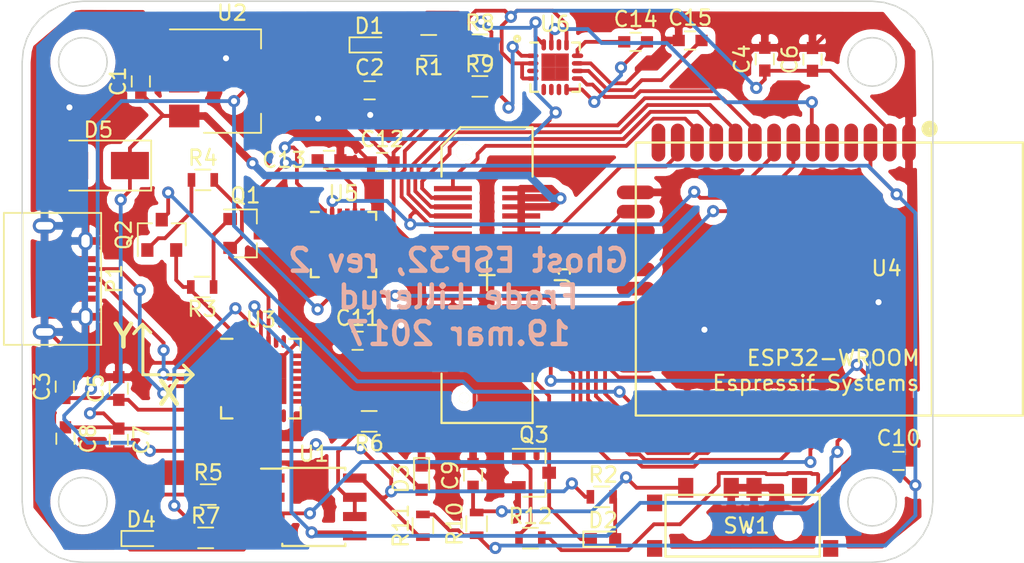
<source format=kicad_pcb>
(kicad_pcb (version 20170123) (host pcbnew no-vcs-found-ecdfa40~58~ubuntu16.04.1)
  (layers (0 F.Cu signal) (31 B.Cu signal) (34 B.Paste user) (35 F.Paste user) (36 B.SilkS user) (37 F.SilkS user) (38 B.Mask user) (39 F.Mask user) (44 Edge.Cuts user))
  (net 0 "")
  (net 1 GND)
  (net 2 +5V)
  (net 3 +3V3)
  (net 4 "Net-(C9-Pad1)")
  (net 5 EN)
  (net 6 "Net-(D1-Pad2)")
  (net 7 "Net-(D2-Pad2)")
  (net 8 "Net-(D3-Pad2)")
  (net 9 "Net-(D4-Pad2)")
  (net 10 "Net-(D5-Pad2)")
  (net 11 IO4)
  (net 12 IO17)
  (net 13 IO16)
  (net 14 IO19)
  (net 15 IO18)
  (net 16 IO22)
  (net 17 IO21)
  (net 18 IO13)
  (net 19 IO23)
  (net 20 IO14)
  (net 21 IO25)
  (net 22 IO32)
  (net 23 IO33)
  (net 24 IO27)
  (net 25 IO26)
  (net 26 USB_DP)
  (net 27 USB_DN)
  (net 28 "Net-(Q1-Pad1)")
  (net 29 RTS)
  (net 30 IO0)
  (net 31 DTR)
  (net 32 "Net-(Q2-Pad1)")
  (net 33 "Net-(R5-Pad2)")
  (net 34 "Net-(R6-Pad2)")
  (net 35 "Net-(R7-Pad1)")
  (net 36 TXD)
  (net 37 RXD)
  (net 38 IO35)
  (net 39 "Net-(C11-Pad2)")
  (net 40 "Net-(C13-Pad2)")
  (net 41 "Net-(C14-Pad1)")
  (net 42 "Net-(C14-Pad2)")
  (net 43 "Net-(C15-Pad2)")
  (net 44 LED)
  (net 45 "Net-(Q3-Pad1)")
  (net 46 IO34)
  (module NorBotKiCadFootprints:SlideSwitchSpringReturn (layer F.Cu) (at 164.43198 105.30078)
    (fp_text reference SW1 (at 0.254 0) (layer F.SilkS))
    (fp_text value SW_SPDT)
    (pad 3 smd rect (at -3.75 -2.5) (size 1 1.3) (layers F.Cu F.Paste F.Mask) (net 4 "Net-(C9-Pad1)"))
    (pad 2 smd rect (at -0.75 -2.5) (size 1 1.3) (layers F.Cu F.Paste F.Mask) (net 1 GND))
    (pad 2 smd rect (at 0.75 -2.5) (size 1 1.3) (layers F.Cu F.Paste F.Mask) (net 1 GND))
    (pad 1 smd rect (at 3.75 -2.5) (size 1 1.3) (layers F.Cu F.Paste F.Mask))
    (pad "" np_thru_hole circle (at 3 0) (size 1 1) (drill 1) (layers *.Cu *.Mask))
    (pad "" np_thru_hole circle (at -3 0) (size 1 1) (drill 1) (layers *.Cu *.Mask))
    (pad "" smd rect (at -5.8 -1.5) (size 1 1.1) (layers F.Cu F.Paste F.Mask))
    (pad "" smd rect (at -5.8 1.5) (size 1 1.1) (layers F.Cu F.Paste F.Mask))
    (pad "" smd rect (at 5.8 -1.5) (size 1 1.1) (layers F.Cu F.Paste F.Mask))
    (pad "" smd rect (at 5.8 1.5) (size 1 1.1) (layers F.Cu F.Paste F.Mask))
  )
  (module Capacitors_SMD:C_0603 (layer F.Cu) (at 124.78512 76.00696 90)
    (fp_text reference C1 (at 0 -1.5 90) (layer F.SilkS))
    (fp_text value 10uF)
    (pad 2 smd rect (at 0.75 0 90) (size 0.8 0.75) (layers F.Cu F.Paste F.Mask) (net 1 GND))
    (pad 1 smd rect (at -0.75 0 90) (size 0.8 0.75) (layers F.Cu F.Paste F.Mask) (net 2 +5V))
  )
  (module Capacitors_SMD:C_0603 (layer F.Cu) (at 139.85748 76.59116)
    (fp_text reference C2 (at 0 -1.5) (layer F.SilkS))
    (fp_text value 10uF)
    (pad 1 smd rect (at -0.75 0) (size 0.8 0.75) (layers F.Cu F.Paste F.Mask) (net 3 +3V3))
    (pad 2 smd rect (at 0.75 0) (size 0.8 0.75) (layers F.Cu F.Paste F.Mask) (net 1 GND))
  )
  (module Capacitors_SMD:C_0603 (layer F.Cu) (at 119.77624 96.13138 90)
    (fp_text reference C3 (at 0 -1.5 90) (layer F.SilkS))
    (fp_text value 10uF)
    (pad 2 smd rect (at 0.75 0 90) (size 0.8 0.75) (layers F.Cu F.Paste F.Mask) (net 1 GND))
    (pad 1 smd rect (at -0.75 0 90) (size 0.8 0.75) (layers F.Cu F.Paste F.Mask) (net 3 +3V3))
  )
  (module Capacitors_SMD:C_0603 (layer F.Cu) (at 165.89248 74.53884 90)
    (fp_text reference C4 (at 0 -1.5 90) (layer F.SilkS))
    (fp_text value 100uF)
    (pad 2 smd rect (at 0.75 0 90) (size 0.8 0.75) (layers F.Cu F.Paste F.Mask) (net 1 GND))
    (pad 1 smd rect (at -0.75 0 90) (size 0.8 0.75) (layers F.Cu F.Paste F.Mask) (net 3 +3V3))
  )
  (module Capacitors_SMD:C_0603 (layer F.Cu) (at 123.33224 96.2533 90)
    (fp_text reference C5 (at 0 -1.5 90) (layer F.SilkS))
    (fp_text value 0.1uF)
    (pad 1 smd rect (at -0.75 0 90) (size 0.8 0.75) (layers F.Cu F.Paste F.Mask) (net 3 +3V3))
    (pad 2 smd rect (at 0.75 0 90) (size 0.8 0.75) (layers F.Cu F.Paste F.Mask) (net 1 GND))
  )
  (module Capacitors_SMD:C_0603 (layer F.Cu) (at 169.03516 74.55408 90)
    (fp_text reference C6 (at 0 -1.5 90) (layer F.SilkS))
    (fp_text value 1uF)
    (pad 1 smd rect (at -0.75 0 90) (size 0.8 0.75) (layers F.Cu F.Paste F.Mask) (net 3 +3V3))
    (pad 2 smd rect (at 0.75 0 90) (size 0.8 0.75) (layers F.Cu F.Paste F.Mask) (net 1 GND))
  )
  (module Capacitors_SMD:C_0603 (layer F.Cu) (at 123.33224 99.64674 270)
    (fp_text reference C7 (at 0 -1.5 270) (layer F.SilkS))
    (fp_text value 10uF)
    (pad 1 smd rect (at -0.75 0 270) (size 0.8 0.75) (layers F.Cu F.Paste F.Mask) (net 2 +5V))
    (pad 2 smd rect (at 0.75 0 270) (size 0.8 0.75) (layers F.Cu F.Paste F.Mask) (net 1 GND))
  )
  (module Capacitors_SMD:C_0603 (layer F.Cu) (at 119.81688 99.56546 270)
    (fp_text reference C8 (at 0 -1.5 270) (layer F.SilkS))
    (fp_text value 0.1uF)
    (pad 2 smd rect (at 0.75 0 270) (size 0.8 0.75) (layers F.Cu F.Paste F.Mask) (net 1 GND))
    (pad 1 smd rect (at -0.75 0 270) (size 0.8 0.75) (layers F.Cu F.Paste F.Mask) (net 2 +5V))
  )
  (module Capacitors_SMD:C_0603 (layer F.Cu) (at 146.6723 101.98354 90)
    (fp_text reference C9 (at 0 -1.5 90) (layer F.SilkS))
    (fp_text value 1nF)
    (pad 2 smd rect (at 0.75 0 90) (size 0.8 0.75) (layers F.Cu F.Paste F.Mask) (net 1 GND))
    (pad 1 smd rect (at -0.75 0 90) (size 0.8 0.75) (layers F.Cu F.Paste F.Mask) (net 4 "Net-(C9-Pad1)"))
  )
  (module Capacitors_SMD:C_0603 (layer F.Cu) (at 174.7012 101.0285)
    (fp_text reference C10 (at 0 -1.5) (layer F.SilkS))
    (fp_text value 1nF)
    (pad 1 smd rect (at -0.75 0) (size 0.8 0.75) (layers F.Cu F.Paste F.Mask) (net 5 EN))
    (pad 2 smd rect (at 0.75 0) (size 0.8 0.75) (layers F.Cu F.Paste F.Mask) (net 1 GND))
  )
  (module LEDs:LED_0603 (layer F.Cu) (at 139.83208 73.59904)
    (fp_text reference D1 (at 0 -1.25) (layer F.SilkS))
    (fp_text value "RED LED")
    (pad 1 smd rect (at -0.8 0 180) (size 0.8 0.8) (layers F.Cu F.Paste F.Mask) (net 1 GND))
    (pad 2 smd rect (at 0.8 0 180) (size 0.8 0.8) (layers F.Cu F.Paste F.Mask) (net 6 "Net-(D1-Pad2)"))
  )
  (module LEDs:LED_0603 (layer F.Cu) (at 155.23464 106.18978)
    (fp_text reference D2 (at 0 -1.25) (layer F.SilkS))
    (fp_text value LED)
    (pad 2 smd rect (at 0.8 0 180) (size 0.8 0.8) (layers F.Cu F.Paste F.Mask) (net 7 "Net-(D2-Pad2)"))
    (pad 1 smd rect (at -0.8 0 180) (size 0.8 0.8) (layers F.Cu F.Paste F.Mask) (net 44 LED))
  )
  (module LEDs:LED_0603 (layer F.Cu) (at 143.2814 102.1334 270)
    (fp_text reference D3 (at 0.07112 1.36652 270) (layer F.SilkS))
    (fp_text value RXLED)
    (pad 2 smd rect (at 0.8 0 90) (size 0.8 0.8) (layers F.Cu F.Paste F.Mask) (net 8 "Net-(D3-Pad2)"))
    (pad 1 smd rect (at -0.8 0 90) (size 0.8 0.8) (layers F.Cu F.Paste F.Mask) (net 1 GND))
  )
  (module LEDs:LED_0603 (layer F.Cu) (at 124.80544 106.1466)
    (fp_text reference D4 (at 0 -1.25) (layer F.SilkS))
    (fp_text value TXLED)
    (pad 1 smd rect (at -0.8 0 180) (size 0.8 0.8) (layers F.Cu F.Paste F.Mask) (net 1 GND))
    (pad 2 smd rect (at 0.8 0 180) (size 0.8 0.8) (layers F.Cu F.Paste F.Mask) (net 9 "Net-(D4-Pad2)"))
  )
  (module Diodes_SMD:D_SMA_Standard (layer F.Cu) (at 122.0658 81.55432 180)
    (fp_text reference D5 (at 0.07976 2.35712 180) (layer F.SilkS))
    (fp_text value "SSA33L Schottky")
    (pad 2 smd rect (at 2 0 180) (size 2.5 1.8) (layers F.Cu F.Paste F.Mask) (net 10 "Net-(D5-Pad2)"))
    (pad 1 smd rect (at -2 0 180) (size 2.5 1.8) (layers F.Cu F.Paste F.Mask) (net 2 +5V))
  )
  (module hrs-fx8c:hrs-fx8c-40p-sv (layer F.Cu) (at 147.59476 88.77806 270)
    (fp_text reference J1 (at 0 -5 270) (layer F.SilkS))
    (fp_text value CONN_02X20)
    (pad 30 smd rect (at 0.3 -2.25 270) (size 0.35 2.5) (layers F.Cu F.Paste F.Mask))
    (pad 29 smd rect (at 0.9 -2.25 270) (size 0.35 2.5) (layers F.Cu F.Paste F.Mask))
    (pad 28 smd rect (at 1.5 -2.25 270) (size 0.35 2.5) (layers F.Cu F.Paste F.Mask) (net 11 IO4))
    (pad 27 smd rect (at 2.1 -2.25 270) (size 0.35 2.5) (layers F.Cu F.Paste F.Mask) (net 13 IO16))
    (pad 26 smd rect (at 2.7 -2.25 270) (size 0.35 2.5) (layers F.Cu F.Paste F.Mask) (net 12 IO17))
    (pad 25 smd rect (at 3.3 -2.25 270) (size 0.35 2.5) (layers F.Cu F.Paste F.Mask) (net 15 IO18))
    (pad 24 smd rect (at 3.9 -2.25 270) (size 0.35 2.5) (layers F.Cu F.Paste F.Mask) (net 14 IO19))
    (pad 23 smd rect (at 4.5 -2.25 270) (size 0.35 2.5) (layers F.Cu F.Paste F.Mask) (net 17 IO21))
    (pad 22 smd rect (at 5.1 -2.25 270) (size 0.35 2.5) (layers F.Cu F.Paste F.Mask) (net 16 IO22))
    (pad 21 smd rect (at 5.7 -2.25 270) (size 0.35 2.5) (layers F.Cu F.Paste F.Mask) (net 44 LED))
    (pad 31 smd rect (at -0.3 -2.25 270) (size 0.35 2.5) (layers F.Cu F.Paste F.Mask))
    (pad 32 smd rect (at -0.9 -2.25 270) (size 0.35 2.5) (layers F.Cu F.Paste F.Mask))
    (pad 33 smd rect (at -1.5 -2.25 270) (size 0.35 2.5) (layers F.Cu F.Paste F.Mask) (net 18 IO13))
    (pad 34 smd rect (at -2.1 -2.25 270) (size 0.35 2.5) (layers F.Cu F.Paste F.Mask) (net 20 IO14))
    (pad 35 smd rect (at -2.7 -2.25 270) (size 0.35 2.5) (layers F.Cu F.Paste F.Mask) (net 2 +5V))
    (pad 36 smd rect (at -3.3 -2.25 270) (size 0.35 2.5) (layers F.Cu F.Paste F.Mask) (net 2 +5V))
    (pad 37 smd rect (at -3.9 -2.25 270) (size 0.35 2.5) (layers F.Cu F.Paste F.Mask) (net 2 +5V))
    (pad 38 smd rect (at -4.5 -2.25 270) (size 0.35 2.5) (layers F.Cu F.Paste F.Mask) (net 2 +5V))
    (pad 39 smd rect (at -5.1 -2.25 270) (size 0.35 2.5) (layers F.Cu F.Paste F.Mask) (net 2 +5V))
    (pad 40 smd rect (at -5.7 -2.25 270) (size 0.35 2.5) (layers F.Cu F.Paste F.Mask) (net 2 +5V))
    (pad 11 smd rect (at 0.3 2.25 270) (size 0.35 2.5) (layers F.Cu F.Paste F.Mask))
    (pad 12 smd rect (at 0.9 2.25 270) (size 0.35 2.5) (layers F.Cu F.Paste F.Mask))
    (pad 13 smd rect (at 1.5 2.25 270) (size 0.35 2.5) (layers F.Cu F.Paste F.Mask) (net 1 GND))
    (pad 14 smd rect (at 2.1 2.25 270) (size 0.35 2.5) (layers F.Cu F.Paste F.Mask) (net 1 GND))
    (pad 15 smd rect (at 2.7 2.25 270) (size 0.35 2.5) (layers F.Cu F.Paste F.Mask) (net 1 GND))
    (pad 16 smd rect (at 3.3 2.25 270) (size 0.35 2.5) (layers F.Cu F.Paste F.Mask) (net 1 GND))
    (pad 17 smd rect (at 3.9 2.25 270) (size 0.35 2.5) (layers F.Cu F.Paste F.Mask) (net 1 GND))
    (pad 18 smd rect (at 4.5 2.25 270) (size 0.35 2.5) (layers F.Cu F.Paste F.Mask) (net 1 GND))
    (pad 19 smd rect (at 5.1 2.25 270) (size 0.35 2.5) (layers F.Cu F.Paste F.Mask) (net 1 GND))
    (pad 20 smd rect (at 5.7 2.25 270) (size 0.35 2.5) (layers F.Cu F.Paste F.Mask) (net 1 GND))
    (pad 10 smd rect (at -0.3 2.25 270) (size 0.35 2.5) (layers F.Cu F.Paste F.Mask) (net 3 +3V3))
    (pad 9 smd rect (at -0.9 2.25 270) (size 0.35 2.5) (layers F.Cu F.Paste F.Mask) (net 3 +3V3))
    (pad 6 smd rect (at -2.7 2.25 270) (size 0.35 2.5) (layers F.Cu F.Paste F.Mask))
    (pad 8 smd rect (at -1.5 2.25 270) (size 0.35 2.5) (layers F.Cu F.Paste F.Mask) (net 3 +3V3))
    (pad 7 smd rect (at -2.1 2.25 270) (size 0.35 2.5) (layers F.Cu F.Paste F.Mask) (net 3 +3V3))
    (pad 5 smd rect (at -3.3 2.25 270) (size 0.35 2.5) (layers F.Cu F.Paste F.Mask) (net 22 IO32))
    (pad 1 smd rect (at -5.7 2.25 270) (size 0.35 2.5) (layers F.Cu F.Paste F.Mask) (net 24 IO27))
    (pad 3 smd rect (at -4.5 2.25 270) (size 0.35 2.5) (layers F.Cu F.Paste F.Mask) (net 21 IO25))
    (pad 4 smd rect (at -3.9 2.25 270) (size 0.35 2.5) (layers F.Cu F.Paste F.Mask) (net 23 IO33))
    (pad 2 smd rect (at -5.1 2.25 270) (size 0.35 2.5) (layers F.Cu F.Paste F.Mask) (net 25 IO26))
    (pad "" np_thru_hole circle (at 8.1 1.5 270) (size 0.7 0.7) (drill 0.7) (layers *.Cu *.Mask F.SilkS))
    (pad "" np_thru_hole circle (at -8.1 1.5 270) (size 1.1 1.1) (drill 1.1) (layers *.Cu *.Mask F.SilkS))
  )
  (module Connectors:USB_Micro-B (layer F.Cu) (at 119.79148 89.027 270)
    (fp_text reference P1 (at 0 -3.24 270) (layer F.SilkS))
    (fp_text value USB_OTG)
    (pad 6 thru_hole oval (at 3.5 1.35) (size 1.55 1) (drill oval 1.15 0.5) (layers *.Cu *.Mask) (net 1 GND))
    (pad 6 thru_hole oval (at -3.5 1.35) (size 1.55 1) (drill oval 1.15 0.5) (layers *.Cu *.Mask) (net 1 GND))
    (pad 6 thru_hole oval (at 2.5 -1.35) (size 0.95 1.25) (drill oval 0.55 0.85) (layers *.Cu *.Mask) (net 1 GND))
    (pad 6 thru_hole oval (at -2.5 -1.35) (size 0.95 1.25) (drill oval 0.55 0.85) (layers *.Cu *.Mask) (net 1 GND))
    (pad 5 smd rect (at 1.3 -1.35) (size 1.35 0.4) (layers F.Cu F.Paste F.Mask) (net 1 GND))
    (pad 4 smd rect (at 0.65 -1.35) (size 1.35 0.4) (layers F.Cu F.Paste F.Mask))
    (pad 3 smd rect (at 0 -1.35) (size 1.35 0.4) (layers F.Cu F.Paste F.Mask) (net 26 USB_DP))
    (pad 2 smd rect (at -0.65 -1.35) (size 1.35 0.4) (layers F.Cu F.Paste F.Mask) (net 27 USB_DN))
    (pad 1 smd rect (at -1.3 -1.35) (size 1.35 0.4) (layers F.Cu F.Paste F.Mask) (net 10 "Net-(D5-Pad2)"))
  )
  (module TO_SOT_Packages_SMD:SOT-23 (layer F.Cu) (at 131.66852 86.0298)
    (fp_text reference Q1 (at 0 -2.5) (layer F.SilkS))
    (fp_text value Q_NPN_BEC)
    (pad 1 smd rect (at -1 -0.95) (size 0.9 0.8) (layers F.Cu F.Paste F.Mask) (net 28 "Net-(Q1-Pad1)"))
    (pad 2 smd rect (at -1 0.95) (size 0.9 0.8) (layers F.Cu F.Paste F.Mask) (net 29 RTS))
    (pad 3 smd rect (at 1 0) (size 0.9 0.8) (layers F.Cu F.Paste F.Mask) (net 5 EN))
  )
  (module TO_SOT_Packages_SMD:SOT-23 (layer F.Cu) (at 126.16434 86.12124 90)
    (fp_text reference Q2 (at 0 -2.5 90) (layer F.SilkS))
    (fp_text value Q_NPN_BEC)
    (pad 3 smd rect (at 1 0 90) (size 0.9 0.8) (layers F.Cu F.Paste F.Mask) (net 30 IO0))
    (pad 2 smd rect (at -1 0.95 90) (size 0.9 0.8) (layers F.Cu F.Paste F.Mask) (net 31 DTR))
    (pad 1 smd rect (at -1 -0.95 90) (size 0.9 0.8) (layers F.Cu F.Paste F.Mask) (net 32 "Net-(Q2-Pad1)"))
  )
  (module Resistors_SMD:R_0603 (layer F.Cu) (at 143.74876 73.62444 180)
    (fp_text reference R1 (at 0 -1.45 180) (layer F.SilkS))
    (fp_text value 2K)
    (pad 2 smd rect (at 0.75 0 180) (size 0.5 0.9) (layers F.Cu F.Paste F.Mask) (net 6 "Net-(D1-Pad2)"))
    (pad 1 smd rect (at -0.75 0 180) (size 0.5 0.9) (layers F.Cu F.Paste F.Mask) (net 2 +5V))
  )
  (module Resistors_SMD:R_0603 (layer F.Cu) (at 155.15082 103.39832 180)
    (fp_text reference R2 (at -0.09652 1.45542 180) (layer F.SilkS))
    (fp_text value 390)
    (pad 2 smd rect (at 0.75 0 180) (size 0.5 0.9) (layers F.Cu F.Paste F.Mask) (net 3 +3V3))
    (pad 1 smd rect (at -0.75 0 180) (size 0.5 0.9) (layers F.Cu F.Paste F.Mask) (net 7 "Net-(D2-Pad2)"))
  )
  (module Resistors_SMD:R_0603 (layer F.Cu) (at 128.82626 89.56294 180)
    (fp_text reference R3 (at 0 -1.45 180) (layer F.SilkS))
    (fp_text value 12K)
    (pad 2 smd rect (at 0.75 0 180) (size 0.5 0.9) (layers F.Cu F.Paste F.Mask) (net 31 DTR))
    (pad 1 smd rect (at -0.75 0 180) (size 0.5 0.9) (layers F.Cu F.Paste F.Mask) (net 28 "Net-(Q1-Pad1)"))
  )
  (module Resistors_SMD:R_0603 (layer F.Cu) (at 128.87198 82.4992)
    (fp_text reference R4 (at 0 -1.45) (layer F.SilkS))
    (fp_text value 12K)
    (pad 1 smd rect (at -0.75 0) (size 0.5 0.9) (layers F.Cu F.Paste F.Mask) (net 32 "Net-(Q2-Pad1)"))
    (pad 2 smd rect (at 0.75 0) (size 0.5 0.9) (layers F.Cu F.Paste F.Mask) (net 29 RTS))
  )
  (module Resistors_SMD:R_0603 (layer F.Cu) (at 129.22504 103.24846)
    (fp_text reference R5 (at 0 -1.45) (layer F.SilkS))
    (fp_text value 1k)
    (pad 2 smd rect (at 0.75 0) (size 0.5 0.9) (layers F.Cu F.Paste F.Mask) (net 33 "Net-(R5-Pad2)"))
    (pad 1 smd rect (at -0.75 0) (size 0.5 0.9) (layers F.Cu F.Paste F.Mask) (net 9 "Net-(D4-Pad2)"))
  )
  (module Resistors_SMD:R_0603 (layer F.Cu) (at 139.827 98.41992 180)
    (fp_text reference R6 (at 0 -1.45 180) (layer F.SilkS))
    (fp_text value 1k)
    (pad 2 smd rect (at 0.75 0 180) (size 0.5 0.9) (layers F.Cu F.Paste F.Mask) (net 34 "Net-(R6-Pad2)"))
    (pad 1 smd rect (at -0.75 0 180) (size 0.5 0.9) (layers F.Cu F.Paste F.Mask) (net 8 "Net-(D3-Pad2)"))
  )
  (module Resistors_SMD:R_0603 (layer F.Cu) (at 129.05486 106.10342)
    (fp_text reference R7 (at 0 -1.45) (layer F.SilkS))
    (fp_text value 470)
    (pad 1 smd rect (at -0.75 0) (size 0.5 0.9) (layers F.Cu F.Paste F.Mask) (net 35 "Net-(R7-Pad1)"))
    (pad 2 smd rect (at 0.75 0) (size 0.5 0.9) (layers F.Cu F.Paste F.Mask) (net 36 TXD))
  )
  (module Resistors_SMD:R_0603 (layer F.Cu) (at 146.90852 105.1814 90)
    (fp_text reference R10 (at 0 -1.45 90) (layer F.SilkS))
    (fp_text value 470)
    (pad 1 smd rect (at -0.75 0 90) (size 0.5 0.9) (layers F.Cu F.Paste F.Mask) (net 5 EN))
    (pad 2 smd rect (at 0.75 0 90) (size 0.5 0.9) (layers F.Cu F.Paste F.Mask) (net 4 "Net-(C9-Pad1)"))
  )
  (module Resistors_SMD:R_0603 (layer F.Cu) (at 143.36776 105.3084 90)
    (fp_text reference R11 (at 0 -1.45 90) (layer F.SilkS))
    (fp_text value 12K)
    (pad 1 smd rect (at -0.75 0 90) (size 0.5 0.9) (layers F.Cu F.Paste F.Mask) (net 3 +3V3))
    (pad 2 smd rect (at 0.75 0 90) (size 0.5 0.9) (layers F.Cu F.Paste F.Mask) (net 5 EN))
  )
  (module Housings_SOIC:SOIC-8_3.9x4.9mm_Pitch1.27mm (layer F.Cu) (at 136.17956 104.0638)
    (fp_text reference U1 (at 0 -3.5) (layer F.SilkS))
    (fp_text value LM358)
    (pad 8 smd rect (at 2.7 -1.905) (size 1.55 0.6) (layers F.Cu F.Paste F.Mask) (net 3 +3V3))
    (pad 7 smd rect (at 2.7 -0.635) (size 1.55 0.6) (layers F.Cu F.Paste F.Mask) (net 34 "Net-(R6-Pad2)"))
    (pad 6 smd rect (at 2.7 0.635) (size 1.55 0.6) (layers F.Cu F.Paste F.Mask) (net 34 "Net-(R6-Pad2)"))
    (pad 5 smd rect (at 2.7 1.905) (size 1.55 0.6) (layers F.Cu F.Paste F.Mask) (net 37 RXD))
    (pad 4 smd rect (at -2.7 1.905) (size 1.55 0.6) (layers F.Cu F.Paste F.Mask) (net 1 GND))
    (pad 3 smd rect (at -2.7 0.635) (size 1.55 0.6) (layers F.Cu F.Paste F.Mask) (net 36 TXD))
    (pad 2 smd rect (at -2.7 -0.635) (size 1.55 0.6) (layers F.Cu F.Paste F.Mask) (net 33 "Net-(R5-Pad2)"))
    (pad 1 smd rect (at -2.7 -1.905) (size 1.55 0.6) (layers F.Cu F.Paste F.Mask) (net 33 "Net-(R5-Pad2)"))
  )
  (module TO_SOT_Packages_SMD:SOT-223-3Lead_TabPin2 (layer F.Cu) (at 130.79516 75.9854)
    (fp_text reference U2 (at 0 -4.5) (layer F.SilkS))
    (fp_text value NCP1117ST33T3G)
    (pad 1 smd rect (at -3.15 -2.3) (size 2 1.5) (layers F.Cu F.Paste F.Mask) (net 1 GND))
    (pad 3 smd rect (at -3.15 2.3) (size 2 1.5) (layers F.Cu F.Paste F.Mask) (net 2 +5V))
    (pad 2 smd rect (at -3.15 0) (size 2 1.5) (layers F.Cu F.Paste F.Mask) (net 3 +3V3))
    (pad 2 smd rect (at 3.15 0) (size 2 3.8) (layers F.Cu F.Paste F.Mask) (net 3 +3V3))
  )
  (module Housings_DFN_QFN:QFN-28-1EP_5x5mm_Pitch0.5mm (layer F.Cu) (at 132.69612 95.60192)
    (fp_text reference U3 (at 0 -3.875) (layer F.SilkS))
    (fp_text value CP2102)
    (pad 29 smd rect (at -0.8375 -0.8375) (size 1.675 1.675) (layers F.Cu F.Paste F.Mask) (net 1 GND))
    (pad 29 smd rect (at -0.8375 0.8375) (size 1.675 1.675) (layers F.Cu F.Paste F.Mask) (net 1 GND))
    (pad 29 smd rect (at 0.8375 -0.8375) (size 1.675 1.675) (layers F.Cu F.Paste F.Mask) (net 1 GND))
    (pad 29 smd rect (at 0.8375 0.8375) (size 1.675 1.675) (layers F.Cu F.Paste F.Mask) (net 1 GND))
    (pad 28 smd oval (at -1.5 -2.45 90) (size 0.85 0.3) (layers F.Cu F.Paste F.Mask) (net 31 DTR))
    (pad 27 smd oval (at -1 -2.45 90) (size 0.85 0.3) (layers F.Cu F.Paste F.Mask))
    (pad 26 smd oval (at -0.5 -2.45 90) (size 0.85 0.3) (layers F.Cu F.Paste F.Mask) (net 35 "Net-(R7-Pad1)"))
    (pad 25 smd oval (at 0 -2.45 90) (size 0.85 0.3) (layers F.Cu F.Paste F.Mask) (net 37 RXD))
    (pad 24 smd oval (at 0.5 -2.45 90) (size 0.85 0.3) (layers F.Cu F.Paste F.Mask) (net 29 RTS))
    (pad 23 smd oval (at 1 -2.45 90) (size 0.85 0.3) (layers F.Cu F.Paste F.Mask))
    (pad 22 smd oval (at 1.5 -2.45 90) (size 0.85 0.3) (layers F.Cu F.Paste F.Mask))
    (pad 21 smd oval (at 2.45 -1.5) (size 0.85 0.3) (layers F.Cu F.Paste F.Mask))
    (pad 20 smd oval (at 2.45 -1) (size 0.85 0.3) (layers F.Cu F.Paste F.Mask))
    (pad 19 smd oval (at 2.45 -0.5) (size 0.85 0.3) (layers F.Cu F.Paste F.Mask))
    (pad 18 smd oval (at 2.45 0) (size 0.85 0.3) (layers F.Cu F.Paste F.Mask))
    (pad 17 smd oval (at 2.45 0.5) (size 0.85 0.3) (layers F.Cu F.Paste F.Mask))
    (pad 16 smd oval (at 2.45 1) (size 0.85 0.3) (layers F.Cu F.Paste F.Mask))
    (pad 15 smd oval (at 2.45 1.5) (size 0.85 0.3) (layers F.Cu F.Paste F.Mask))
    (pad 14 smd oval (at 1.5 2.45 90) (size 0.85 0.3) (layers F.Cu F.Paste F.Mask))
    (pad 13 smd oval (at 1 2.45 90) (size 0.85 0.3) (layers F.Cu F.Paste F.Mask))
    (pad 12 smd oval (at 0.5 2.45 90) (size 0.85 0.3) (layers F.Cu F.Paste F.Mask))
    (pad 11 smd oval (at 0 2.45 90) (size 0.85 0.3) (layers F.Cu F.Paste F.Mask))
    (pad 10 smd oval (at -0.5 2.45 90) (size 0.85 0.3) (layers F.Cu F.Paste F.Mask))
    (pad 9 smd oval (at -1 2.45 90) (size 0.85 0.3) (layers F.Cu F.Paste F.Mask))
    (pad 8 smd oval (at -1.5 2.45 90) (size 0.85 0.3) (layers F.Cu F.Paste F.Mask) (net 2 +5V))
    (pad 7 smd oval (at -2.45 1.5) (size 0.85 0.3) (layers F.Cu F.Paste F.Mask) (net 3 +3V3))
    (pad 6 smd oval (at -2.45 1) (size 0.85 0.3) (layers F.Cu F.Paste F.Mask) (net 3 +3V3))
    (pad 5 smd oval (at -2.45 0.5) (size 0.85 0.3) (layers F.Cu F.Paste F.Mask) (net 27 USB_DN))
    (pad 4 smd oval (at -2.45 0) (size 0.85 0.3) (layers F.Cu F.Paste F.Mask) (net 26 USB_DP))
    (pad 3 smd oval (at -2.45 -0.5) (size 0.85 0.3) (layers F.Cu F.Paste F.Mask) (net 1 GND))
    (pad 2 smd oval (at -2.45 -1) (size 0.85 0.3) (layers F.Cu F.Paste F.Mask))
    (pad 1 smd oval (at -2.45 -1.5) (size 0.85 0.3) (layers F.Cu F.Paste F.Mask))
  )
  (module NorBotKiCadFootprints:ESP32-WROOM (layer F.Cu) (at 170.14444 89.03716 90)
    (fp_text reference U4 (at 0.70612 3.76936 180) (layer F.SilkS))
    (fp_text value ESP-WROOM-32)
    (fp_text user "Espressif Systems" (at -6.858 -0.889 180) (layer F.SilkS))
    (fp_text user ESP32-WROOM (at -5.207 0.254 180) (layer F.SilkS))
    (pad 38 smd oval (at -9 5.25 90) (size 2.5 0.9) (layers F.Cu F.Paste F.Mask) (net 1 GND))
    (pad 37 smd oval (at -9 3.98 90) (size 2.5 0.9) (layers F.Cu F.Paste F.Mask) (net 19 IO23))
    (pad 36 smd oval (at -9 2.71 90) (size 2.5 0.9) (layers F.Cu F.Paste F.Mask) (net 16 IO22))
    (pad 35 smd oval (at -9 1.44 90) (size 2.5 0.9) (layers F.Cu F.Paste F.Mask) (net 37 RXD))
    (pad 34 smd oval (at -9 0.17 90) (size 2.5 0.9) (layers F.Cu F.Paste F.Mask) (net 36 TXD))
    (pad 33 smd oval (at -9 -1.1 90) (size 2.5 0.9) (layers F.Cu F.Paste F.Mask) (net 17 IO21))
    (pad 32 smd oval (at -9 -2.37 90) (size 2.5 0.9) (layers F.Cu F.Paste F.Mask))
    (pad 31 smd oval (at -9 -3.64 90) (size 2.5 0.9) (layers F.Cu F.Paste F.Mask) (net 14 IO19))
    (pad 30 smd oval (at -9 -4.91 90) (size 2.5 0.9) (layers F.Cu F.Paste F.Mask) (net 15 IO18))
    (pad 29 smd oval (at -9 -6.18 90) (size 2.5 0.9) (layers F.Cu F.Paste F.Mask))
    (pad 28 smd oval (at -9 -7.45 90) (size 2.5 0.9) (layers F.Cu F.Paste F.Mask) (net 12 IO17))
    (pad 27 smd oval (at -9 -8.72 90) (size 2.5 0.9) (layers F.Cu F.Paste F.Mask) (net 13 IO16))
    (pad 26 smd oval (at -9 -9.99 90) (size 2.5 0.9) (layers F.Cu F.Paste F.Mask) (net 11 IO4))
    (pad 25 smd oval (at -9 -11.26 90) (size 2.5 0.9) (layers F.Cu F.Paste F.Mask) (net 30 IO0))
    (pad 24 smd oval (at -5.715 -12.75 90) (size 0.9 2.5) (layers F.Cu F.Paste F.Mask))
    (pad 23 smd oval (at -4.445 -12.75 90) (size 0.9 2.5) (layers F.Cu F.Paste F.Mask))
    (pad 22 smd oval (at -3.175 -12.75 90) (size 0.9 2.5) (layers F.Cu F.Paste F.Mask))
    (pad 21 smd oval (at -1.905 -12.75 90) (size 0.9 2.5) (layers F.Cu F.Paste F.Mask))
    (pad 20 smd oval (at -0.635 -12.75 90) (size 0.9 2.5) (layers F.Cu F.Paste F.Mask))
    (pad 19 smd oval (at 0.635 -12.75 90) (size 0.9 2.5) (layers F.Cu F.Paste F.Mask))
    (pad 18 smd oval (at 1.905 -12.75 90) (size 0.9 2.5) (layers F.Cu F.Paste F.Mask))
    (pad 17 smd oval (at 3.175 -12.75 90) (size 0.9 2.5) (layers F.Cu F.Paste F.Mask))
    (pad 16 smd oval (at 4.445 -12.75 90) (size 0.9 2.5) (layers F.Cu F.Paste F.Mask) (net 18 IO13))
    (pad 15 smd oval (at 5.715 -12.75 90) (size 0.9 2.5) (layers F.Cu F.Paste F.Mask) (net 1 GND))
    (pad 14 smd oval (at 9 -11.26 90) (size 2.5 0.9) (layers F.Cu F.Paste F.Mask))
    (pad 13 smd oval (at 9 -9.99 90) (size 2.5 0.9) (layers F.Cu F.Paste F.Mask) (net 20 IO14))
    (pad 12 smd oval (at 9 -8.72 90) (size 2.5 0.9) (layers F.Cu F.Paste F.Mask) (net 24 IO27))
    (pad 11 smd oval (at 9 -7.45 90) (size 2.5 0.9) (layers F.Cu F.Paste F.Mask) (net 25 IO26))
    (pad 10 smd oval (at 9 -6.18 90) (size 2.5 0.9) (layers F.Cu F.Paste F.Mask) (net 21 IO25))
    (pad 9 smd oval (at 9 -4.91 90) (size 2.5 0.9) (layers F.Cu F.Paste F.Mask) (net 23 IO33))
    (pad 8 smd oval (at 9 -3.64 90) (size 2.5 0.9) (layers F.Cu F.Paste F.Mask) (net 22 IO32))
    (pad 7 smd oval (at 9 -2.37 90) (size 2.5 0.9) (layers F.Cu F.Paste F.Mask) (net 38 IO35))
    (pad 6 smd oval (at 9 -1.1 90) (size 2.5 0.9) (layers F.Cu F.Paste F.Mask) (net 46 IO34))
    (pad 5 smd oval (at 9 0.17 90) (size 2.5 0.9) (layers F.Cu F.Paste F.Mask))
    (pad 4 smd oval (at 9 1.44 90) (size 2.5 0.9) (layers F.Cu F.Paste F.Mask))
    (pad 3 smd oval (at 9 2.71 90) (size 2.5 0.9) (layers F.Cu F.Paste F.Mask) (net 5 EN))
    (pad 2 smd oval (at 9 3.98 90) (size 2.5 0.9) (layers F.Cu F.Paste F.Mask) (net 3 +3V3))
    (pad 1 smd oval (at 9 5.25 90) (size 2.5 0.9) (layers F.Cu F.Paste F.Mask) (net 1 GND))
    (pad 39 smd rect (at 0.3 -2.45 90) (size 6 6) (layers F.Cu F.Paste F.Mask) (net 1 GND))
  )
  (module Capacitors_SMD:C_0603 (layer F.Cu) (at 139.06754 93.10624)
    (fp_text reference C11 (at 0 -1.5) (layer F.SilkS))
    (fp_text value 0.1uF)
    (pad 1 smd rect (at -0.75 0) (size 0.8 0.75) (layers F.Cu F.Paste F.Mask) (net 1 GND))
    (pad 2 smd rect (at 0.75 0) (size 0.8 0.75) (layers F.Cu F.Paste F.Mask) (net 39 "Net-(C11-Pad2)"))
  )
  (module Capacitors_SMD:C_0603 (layer F.Cu) (at 140.68552 81.3181)
    (fp_text reference C12 (at 0 -1.5) (layer F.SilkS))
    (fp_text value 10nF)
    (pad 2 smd rect (at 0.75 0) (size 0.8 0.75) (layers F.Cu F.Paste F.Mask) (net 3 +3V3))
    (pad 1 smd rect (at -0.75 0) (size 0.8 0.75) (layers F.Cu F.Paste F.Mask) (net 1 GND))
  )
  (module Capacitors_SMD:C_0603 (layer F.Cu) (at 137.18102 81.1784 180)
    (fp_text reference C13 (at 2.95472 -0.0127 180) (layer F.SilkS))
    (fp_text value 2.2nF)
    (pad 2 smd rect (at 0.75 0 180) (size 0.8 0.75) (layers F.Cu F.Paste F.Mask) (net 40 "Net-(C13-Pad2)"))
    (pad 1 smd rect (at -0.75 0 180) (size 0.8 0.75) (layers F.Cu F.Paste F.Mask) (net 1 GND))
  )
  (module Capacitors_SMD:C_0603 (layer F.Cu) (at 157.38094 73.39584)
    (fp_text reference C14 (at 0 -1.5) (layer F.SilkS))
    (fp_text value 0.22uF)
    (pad 1 smd rect (at -0.75 0) (size 0.8 0.75) (layers F.Cu F.Paste F.Mask) (net 41 "Net-(C14-Pad1)"))
    (pad 2 smd rect (at 0.75 0) (size 0.8 0.75) (layers F.Cu F.Paste F.Mask) (net 42 "Net-(C14-Pad2)"))
  )
  (module Capacitors_SMD:C_0603 (layer F.Cu) (at 160.9725 73.30694)
    (fp_text reference C15 (at 0 -1.5) (layer F.SilkS))
    (fp_text value 4.7uF)
    (pad 2 smd rect (at 0.75 0) (size 0.8 0.75) (layers F.Cu F.Paste F.Mask) (net 43 "Net-(C15-Pad2)"))
    (pad 1 smd rect (at -0.75 0) (size 0.8 0.75) (layers F.Cu F.Paste F.Mask) (net 1 GND))
  )
  (module Resistors_SMD:R_0603 (layer F.Cu) (at 147.1295 73.58888)
    (fp_text reference R8 (at 0 -1.45) (layer F.SilkS))
    (fp_text value 2k2)
    (pad 1 smd rect (at -0.75 0) (size 0.5 0.9) (layers F.Cu F.Paste F.Mask) (net 3 +3V3))
    (pad 2 smd rect (at 0.75 0) (size 0.5 0.9) (layers F.Cu F.Paste F.Mask) (net 23 IO33))
  )
  (module Resistors_SMD:R_0603 (layer F.Cu) (at 147.12188 76.33462)
    (fp_text reference R9 (at 0 -1.45) (layer F.SilkS))
    (fp_text value 2k2)
    (pad 2 smd rect (at 0.75 0) (size 0.5 0.9) (layers F.Cu F.Paste F.Mask) (net 22 IO32))
    (pad 1 smd rect (at -0.75 0) (size 0.5 0.9) (layers F.Cu F.Paste F.Mask) (net 3 +3V3))
  )
  (module Housings_DFN_QFN:QFN-24-1EP_4x4mm_Pitch0.5mm (layer F.Cu) (at 138.1379 86.76386)
    (fp_text reference U5 (at 0 -3.375) (layer F.SilkS))
    (fp_text value MPU-6050)
    (pad 25 smd rect (at -0.65 -0.65) (size 1.3 1.3) (layers F.Cu F.Paste F.Mask))
    (pad 25 smd rect (at -0.65 0.65) (size 1.3 1.3) (layers F.Cu F.Paste F.Mask))
    (pad 25 smd rect (at 0.65 -0.65) (size 1.3 1.3) (layers F.Cu F.Paste F.Mask))
    (pad 25 smd rect (at 0.65 0.65) (size 1.3 1.3) (layers F.Cu F.Paste F.Mask))
    (pad 24 smd rect (at -1.25 -1.95 90) (size 0.85 0.3) (layers F.Cu F.Paste F.Mask) (net 23 IO33))
    (pad 23 smd rect (at -0.75 -1.95 90) (size 0.85 0.3) (layers F.Cu F.Paste F.Mask) (net 22 IO32))
    (pad 22 smd rect (at -0.25 -1.95 90) (size 0.85 0.3) (layers F.Cu F.Paste F.Mask))
    (pad 21 smd rect (at 0.25 -1.95 90) (size 0.85 0.3) (layers F.Cu F.Paste F.Mask))
    (pad 20 smd rect (at 0.75 -1.95 90) (size 0.85 0.3) (layers F.Cu F.Paste F.Mask) (net 40 "Net-(C13-Pad2)"))
    (pad 19 smd rect (at 1.25 -1.95 90) (size 0.85 0.3) (layers F.Cu F.Paste F.Mask))
    (pad 18 smd rect (at 1.95 -1.25) (size 0.85 0.3) (layers F.Cu F.Paste F.Mask) (net 1 GND))
    (pad 17 smd rect (at 1.95 -0.75) (size 0.85 0.3) (layers F.Cu F.Paste F.Mask))
    (pad 16 smd rect (at 1.95 -0.25) (size 0.85 0.3) (layers F.Cu F.Paste F.Mask))
    (pad 15 smd rect (at 1.95 0.25) (size 0.85 0.3) (layers F.Cu F.Paste F.Mask))
    (pad 14 smd rect (at 1.95 0.75) (size 0.85 0.3) (layers F.Cu F.Paste F.Mask))
    (pad 13 smd rect (at 1.95 1.25) (size 0.85 0.3) (layers F.Cu F.Paste F.Mask) (net 3 +3V3))
    (pad 12 smd rect (at 1.25 1.95 90) (size 0.85 0.3) (layers F.Cu F.Paste F.Mask) (net 38 IO35))
    (pad 11 smd rect (at 0.75 1.95 90) (size 0.85 0.3) (layers F.Cu F.Paste F.Mask) (net 1 GND))
    (pad 10 smd rect (at 0.25 1.95 90) (size 0.85 0.3) (layers F.Cu F.Paste F.Mask) (net 39 "Net-(C11-Pad2)"))
    (pad 9 smd rect (at -0.25 1.95 90) (size 0.85 0.3) (layers F.Cu F.Paste F.Mask) (net 1 GND))
    (pad 8 smd rect (at -0.75 1.95 90) (size 0.85 0.3) (layers F.Cu F.Paste F.Mask) (net 3 +3V3))
    (pad 7 smd rect (at -1.25 1.95 90) (size 0.85 0.3) (layers F.Cu F.Paste F.Mask))
    (pad 6 smd rect (at -1.95 1.25) (size 0.85 0.3) (layers F.Cu F.Paste F.Mask))
    (pad 5 smd rect (at -1.95 0.75) (size 0.85 0.3) (layers F.Cu F.Paste F.Mask))
    (pad 4 smd rect (at -1.95 0.25) (size 0.85 0.3) (layers F.Cu F.Paste F.Mask))
    (pad 3 smd rect (at -1.95 -0.25) (size 0.85 0.3) (layers F.Cu F.Paste F.Mask))
    (pad 2 smd rect (at -1.95 -0.75) (size 0.85 0.3) (layers F.Cu F.Paste F.Mask))
    (pad 1 smd rect (at -1.95 -1.25) (size 0.85 0.3) (layers F.Cu F.Paste F.Mask) (net 1 GND))
  )
  (module Housings_DFN_QFN:QFN-16-1EP_3x3mm_Pitch0.5mm (layer F.Cu) (at 152.07922 75.06532)
    (fp_text reference U6 (at 0 -2.85) (layer F.SilkS))
    (fp_text value HMC5883)
    (pad 17 smd rect (at -0.45 -0.45) (size 0.9 0.9) (layers F.Cu F.Paste F.Mask))
    (pad 17 smd rect (at -0.45 0.45) (size 0.9 0.9) (layers F.Cu F.Paste F.Mask))
    (pad 17 smd rect (at 0.45 -0.45) (size 0.9 0.9) (layers F.Cu F.Paste F.Mask))
    (pad 17 smd rect (at 0.45 0.45) (size 0.9 0.9) (layers F.Cu F.Paste F.Mask))
    (pad 16 smd oval (at -0.75 -1.475 90) (size 0.75 0.3) (layers F.Cu F.Paste F.Mask) (net 23 IO33))
    (pad 15 smd oval (at -0.25 -1.475 90) (size 0.75 0.3) (layers F.Cu F.Paste F.Mask) (net 46 IO34))
    (pad 14 smd oval (at 0.25 -1.475 90) (size 0.75 0.3) (layers F.Cu F.Paste F.Mask))
    (pad 13 smd oval (at 0.75 -1.475 90) (size 0.75 0.3) (layers F.Cu F.Paste F.Mask) (net 3 +3V3))
    (pad 12 smd oval (at 1.475 -0.75) (size 0.75 0.3) (layers F.Cu F.Paste F.Mask) (net 41 "Net-(C14-Pad1)"))
    (pad 11 smd oval (at 1.475 -0.25) (size 0.75 0.3) (layers F.Cu F.Paste F.Mask) (net 1 GND))
    (pad 10 smd oval (at 1.475 0.25) (size 0.75 0.3) (layers F.Cu F.Paste F.Mask) (net 43 "Net-(C15-Pad2)"))
    (pad 9 smd oval (at 1.475 0.75) (size 0.75 0.3) (layers F.Cu F.Paste F.Mask) (net 1 GND))
    (pad 8 smd oval (at 0.75 1.475 90) (size 0.75 0.3) (layers F.Cu F.Paste F.Mask) (net 42 "Net-(C14-Pad2)"))
    (pad 7 smd oval (at 0.25 1.475 90) (size 0.75 0.3) (layers F.Cu F.Paste F.Mask))
    (pad 6 smd oval (at -0.25 1.475 90) (size 0.75 0.3) (layers F.Cu F.Paste F.Mask))
    (pad 5 smd oval (at -0.75 1.475 90) (size 0.75 0.3) (layers F.Cu F.Paste F.Mask))
    (pad 4 smd oval (at -1.475 0.75) (size 0.75 0.3) (layers F.Cu F.Paste F.Mask) (net 3 +3V3))
    (pad 3 smd oval (at -1.475 0.25) (size 0.75 0.3) (layers F.Cu F.Paste F.Mask))
    (pad 2 smd oval (at -1.475 -0.25) (size 0.75 0.3) (layers F.Cu F.Paste F.Mask) (net 3 +3V3))
    (pad 1 smd oval (at -1.475 -0.75) (size 0.75 0.3) (layers F.Cu F.Paste F.Mask) (net 22 IO32))
  )
  (module TO_SOT_Packages_SMD:SOT-23 (layer F.Cu) (at 150.6855 101.81082)
    (fp_text reference Q3 (at 0 -2.5) (layer F.SilkS))
    (fp_text value Q_NPN_BEC)
    (pad 3 smd rect (at 1 0) (size 0.9 0.8) (layers F.Cu F.Paste F.Mask) (net 44 LED))
    (pad 2 smd rect (at -1 0.95) (size 0.9 0.8) (layers F.Cu F.Paste F.Mask) (net 1 GND))
    (pad 1 smd rect (at -1 -0.95) (size 0.9 0.8) (layers F.Cu F.Paste F.Mask) (net 45 "Net-(Q3-Pad1)"))
  )
  (module Resistors_SMD:R_0603 (layer F.Cu) (at 150.44928 106.12374)
    (fp_text reference R12 (at 0 -1.45) (layer F.SilkS))
    (fp_text value 10k)
    (pad 2 smd rect (at 0.75 0) (size 0.5 0.9) (layers F.Cu F.Paste F.Mask) (net 19 IO23))
    (pad 1 smd rect (at -0.75 0) (size 0.5 0.9) (layers F.Cu F.Paste F.Mask) (net 45 "Net-(Q3-Pad1)"))
  )
  (gr_text Y (at 123.63704 92.80144) (layer F.SilkS) (effects (font (size 1.5 1.5) (thickness 0.3))))
  (gr_text X (at 126.64694 96.5708) (layer F.SilkS) (effects (font (size 1.5 1.5) (thickness 0.3))))
  (gr_line (start 127.61214 95.86214) (end 127.71628 95.86214) (layer F.SilkS) (width 0.2))
  (gr_line (start 128.22936 95.34906) (end 127.71628 95.86214) (layer F.SilkS) (width 0.2))
  (gr_line (start 127.59436 94.71406) (end 128.22936 95.34906) (layer F.SilkS) (width 0.2))
  (gr_line (start 128.22936 95.34906) (end 127.59436 94.71406) (layer F.SilkS) (width 0.2))
  (gr_line (start 124.91974 95.34906) (end 128.22936 95.34906) (layer F.SilkS) (width 0.2))
  (gr_line (start 124.91974 92.14612) (end 124.91974 95.34906) (layer F.SilkS) (width 0.2))
  (gr_line (start 124.47778 92.46362) (end 124.47778 92.4814) (layer F.SilkS) (width 0.2))
  (gr_line (start 124.3711 92.58808) (end 124.47778 92.4814) (layer F.SilkS) (width 0.2))
  (gr_line (start 124.31776 92.64142) (end 124.3711 92.58808) (layer F.SilkS) (width 0.2))
  (gr_line (start 125.43282 92.5703) (end 125.43282 92.55252) (layer F.SilkS) (width 0.2))
  (gr_line (start 125.20422 92.32392) (end 125.43282 92.55252) (layer F.SilkS) (width 0.2))
  (gr_line (start 124.90196 92.02166) (end 125.20422 92.32392) (layer F.SilkS) (width 0.2))
  (gr_line (start 124.40666 92.51696) (end 124.90196 92.02166) (layer F.SilkS) (width 0.2))
  (gr_line (start 124.90196 92.02166) (end 124.40666 92.51696) (layer F.SilkS) (width 0.2))
  (gr_circle (center 149.57806 73.19264) (end 149.69744 73.31202) (layer F.SilkS) (width 0.2))
  (gr_text "Ghost ESP32, rev 2\nFrode Lillerud\n19.mar 2017" (at 145.69948 90.2208) (layer B.SilkS) (effects (font (size 1.5 1.5) (thickness 0.3)) (justify mirror)))
  (gr_line (start 120.07642 105.04933) (end 119.83396 104.85036) (layer Edge.Cuts) (width 0.1))
  (gr_line (start 120.35304 105.19719) (end 120.07642 105.04933) (layer Edge.Cuts) (width 0.1))
  (gr_line (start 120.65319 105.28824) (end 120.35304 105.19719) (layer Edge.Cuts) (width 0.1))
  (gr_line (start 175.18764 71.39308) (end 174.49604 71.02348) (layer Edge.Cuts) (width 0.1))
  (gr_line (start 122.53458 74.40688) (end 122.56533 74.71898) (layer Edge.Cuts) (width 0.1))
  (gr_line (start 122.44354 74.10668) (end 122.53458 74.40688) (layer Edge.Cuts) (width 0.1))
  (gr_line (start 121.57763 102.24078) (end 121.85424 102.38864) (layer Edge.Cuts) (width 0.1))
  (gr_line (start 121.27747 102.14974) (end 121.57763 102.24078) (layer Edge.Cuts) (width 0.1))
  (gr_line (start 120.96534 102.11899) (end 121.27747 102.14974) (layer Edge.Cuts) (width 0.1))
  (gr_line (start 121.85424 73.38868) (end 122.0967 73.58758) (layer Edge.Cuts) (width 0.1))
  (gr_line (start 121.57763 73.24078) (end 121.85424 73.38868) (layer Edge.Cuts) (width 0.1))
  (gr_line (start 172.07644 102.38864) (end 172.35304 102.24078) (layer Edge.Cuts) (width 0.1))
  (gr_line (start 171.83394 102.58762) (end 172.07644 102.38864) (layer Edge.Cuts) (width 0.1))
  (gr_line (start 171.63494 102.83008) (end 171.83394 102.58762) (layer Edge.Cuts) (width 0.1))
  (gr_line (start 171.48714 103.10669) (end 171.63494 102.83008) (layer Edge.Cuts) (width 0.1))
  (gr_line (start 171.39604 103.40685) (end 171.48714 103.10669) (layer Edge.Cuts) (width 0.1))
  (gr_line (start 171.36534 103.71898) (end 171.39604 103.40685) (layer Edge.Cuts) (width 0.1))
  (gr_line (start 171.39604 74.40688) (end 171.48714 74.10668) (layer Edge.Cuts) (width 0.1))
  (gr_line (start 171.36534 74.71898) (end 171.39604 74.40688) (layer Edge.Cuts) (width 0.1))
  (gr_line (start 118.74305 71.39308) (end 118.13691 71.89058) (layer Edge.Cuts) (width 0.1))
  (gr_line (start 174.53454 104.03113) (end 174.44354 104.33128) (layer Edge.Cuts) (width 0.1))
  (gr_line (start 174.56534 103.71898) (end 174.53454 104.03113) (layer Edge.Cuts) (width 0.1))
  (gr_line (start 174.53454 103.40685) (end 174.56534 103.71898) (layer Edge.Cuts) (width 0.1))
  (gr_line (start 174.53454 74.40688) (end 174.56534 74.71898) (layer Edge.Cuts) (width 0.1))
  (gr_line (start 174.44354 74.10668) (end 174.53454 74.40688) (layer Edge.Cuts) (width 0.1))
  (gr_line (start 116.96534 74.71898) (end 116.96534 103.71898) (layer Edge.Cuts) (width 0.1))
  (gr_line (start 172.96534 102.11899) (end 173.27744 102.14974) (layer Edge.Cuts) (width 0.1))
  (gr_line (start 172.65324 102.14974) (end 172.96534 102.11899) (layer Edge.Cuts) (width 0.1))
  (gr_line (start 172.35304 102.24078) (end 172.65324 102.14974) (layer Edge.Cuts) (width 0.1))
  (gr_line (start 171.39604 75.03108) (end 171.36534 74.71898) (layer Edge.Cuts) (width 0.1))
  (gr_line (start 171.48714 75.33128) (end 171.39604 75.03108) (layer Edge.Cuts) (width 0.1))
  (gr_line (start 117.042198 73.93868) (end 116.96534 74.71898) (layer Edge.Cuts) (width 0.1))
  (gr_line (start 172.96534 70.71898) (end 120.96534 70.71898) (layer Edge.Cuts) (width 0.1))
  (gr_line (start 173.85424 73.38868) (end 174.09674 73.58758) (layer Edge.Cuts) (width 0.1))
  (gr_line (start 173.57764 73.24078) (end 173.85424 73.38868) (layer Edge.Cuts) (width 0.1))
  (gr_line (start 119.83396 102.58762) (end 120.07642 102.38864) (layer Edge.Cuts) (width 0.1))
  (gr_line (start 119.63499 102.83008) (end 119.83396 102.58762) (layer Edge.Cuts) (width 0.1))
  (gr_line (start 119.48713 103.10669) (end 119.63499 102.83008) (layer Edge.Cuts) (width 0.1))
  (gr_line (start 174.09674 104.85036) (end 173.85424 105.04933) (layer Edge.Cuts) (width 0.1))
  (gr_line (start 174.29564 104.6079) (end 174.09674 104.85036) (layer Edge.Cuts) (width 0.1))
  (gr_line (start 174.44354 104.33128) (end 174.29564 104.6079) (layer Edge.Cuts) (width 0.1))
  (gr_line (start 171.63494 73.83008) (end 171.83394 73.58758) (layer Edge.Cuts) (width 0.1))
  (gr_line (start 171.48714 74.10668) (end 171.63494 73.83008) (layer Edge.Cuts) (width 0.1))
  (gr_line (start 119.48713 104.33128) (end 119.39608 104.03113) (layer Edge.Cuts) (width 0.1))
  (gr_line (start 119.63499 104.6079) (end 119.48713 104.33128) (layer Edge.Cuts) (width 0.1))
  (gr_line (start 119.83396 104.85036) (end 119.63499 104.6079) (layer Edge.Cuts) (width 0.1))
  (gr_line (start 119.63499 75.60788) (end 119.48713 75.33128) (layer Edge.Cuts) (width 0.1))
  (gr_line (start 119.83396 75.85038) (end 119.63499 75.60788) (layer Edge.Cuts) (width 0.1))
  (gr_line (start 122.29568 75.60788) (end 122.0967 75.85038) (layer Edge.Cuts) (width 0.1))
  (gr_line (start 122.44354 75.33128) (end 122.29568 75.60788) (layer Edge.Cuts) (width 0.1))
  (gr_line (start 119.43459 107.414506) (end 120.18498 107.642121) (layer Edge.Cuts) (width 0.1))
  (gr_line (start 118.74305 107.044862) (end 119.43459 107.414506) (layer Edge.Cuts) (width 0.1))
  (gr_line (start 122.56533 103.71898) (end 122.53458 104.03113) (layer Edge.Cuts) (width 0.1))
  (gr_line (start 122.53458 103.40685) (end 122.56533 103.71898) (layer Edge.Cuts) (width 0.1))
  (gr_line (start 122.44354 103.10669) (end 122.53458 103.40685) (layer Edge.Cuts) (width 0.1))
  (gr_line (start 122.53458 75.03108) (end 122.44354 75.33128) (layer Edge.Cuts) (width 0.1))
  (gr_line (start 122.56533 74.71898) (end 122.53458 75.03108) (layer Edge.Cuts) (width 0.1))
  (gr_line (start 116.96534 103.71898) (end 117.042198 104.49934) (layer Edge.Cuts) (width 0.1))
  (gr_line (start 175.79374 71.89058) (end 175.18764 71.39308) (layer Edge.Cuts) (width 0.1))
  (gr_line (start 172.65324 76.28828) (end 172.35304 76.19718) (layer Edge.Cuts) (width 0.1))
  (gr_line (start 120.96532 76.31898) (end 120.65319 76.28828) (layer Edge.Cuts) (width 0.1))
  (gr_line (start 174.49604 107.414506) (end 175.18764 107.044862) (layer Edge.Cuts) (width 0.1))
  (gr_line (start 174.44354 103.10669) (end 174.53454 103.40685) (layer Edge.Cuts) (width 0.1))
  (gr_line (start 174.29564 102.83008) (end 174.44354 103.10669) (layer Edge.Cuts) (width 0.1))
  (gr_line (start 174.09674 102.58762) (end 174.29564 102.83008) (layer Edge.Cuts) (width 0.1))
  (gr_line (start 120.96532 107.71898) (end 172.96534 107.71898) (layer Edge.Cuts) (width 0.1))
  (gr_line (start 120.18498 107.642121) (end 120.96532 107.71898) (layer Edge.Cuts) (width 0.1))
  (gr_line (start 174.29564 73.83008) (end 174.44354 74.10668) (layer Edge.Cuts) (width 0.1))
  (gr_line (start 174.09674 73.58758) (end 174.29564 73.83008) (layer Edge.Cuts) (width 0.1))
  (gr_line (start 175.79374 106.54741) (end 176.29124 105.94127) (layer Edge.Cuts) (width 0.1))
  (gr_line (start 120.18498 70.79588) (end 119.43459 71.02348) (layer Edge.Cuts) (width 0.1))
  (gr_line (start 122.29568 73.83008) (end 122.44354 74.10668) (layer Edge.Cuts) (width 0.1))
  (gr_line (start 122.0967 73.58758) (end 122.29568 73.83008) (layer Edge.Cuts) (width 0.1))
  (gr_line (start 120.65319 73.14978) (end 120.96534 73.11898) (layer Edge.Cuts) (width 0.1))
  (gr_line (start 120.35304 73.24078) (end 120.65319 73.14978) (layer Edge.Cuts) (width 0.1))
  (gr_line (start 121.57763 105.19719) (end 121.27747 105.28824) (layer Edge.Cuts) (width 0.1))
  (gr_line (start 121.85424 105.04933) (end 121.57763 105.19719) (layer Edge.Cuts) (width 0.1))
  (gr_line (start 122.0967 104.85036) (end 121.85424 105.04933) (layer Edge.Cuts) (width 0.1))
  (gr_line (start 120.07642 73.38868) (end 120.35304 73.24078) (layer Edge.Cuts) (width 0.1))
  (gr_line (start 119.83396 73.58758) (end 120.07642 73.38868) (layer Edge.Cuts) (width 0.1))
  (gr_line (start 119.43459 71.02348) (end 118.74305 71.39308) (layer Edge.Cuts) (width 0.1))
  (gr_line (start 176.66084 105.24973) (end 176.88844 104.49934) (layer Edge.Cuts) (width 0.1))
  (gr_line (start 171.39604 104.03113) (end 171.36534 103.71898) (layer Edge.Cuts) (width 0.1))
  (gr_line (start 171.48714 104.33128) (end 171.39604 104.03113) (layer Edge.Cuts) (width 0.1))
  (gr_line (start 171.63494 104.6079) (end 171.48714 104.33128) (layer Edge.Cuts) (width 0.1))
  (gr_line (start 117.042198 104.49934) (end 117.269814 105.24973) (layer Edge.Cuts) (width 0.1))
  (gr_line (start 117.639458 72.49668) (end 117.269814 73.18828) (layer Edge.Cuts) (width 0.1))
  (gr_line (start 172.07644 73.38868) (end 172.35304 73.24078) (layer Edge.Cuts) (width 0.1))
  (gr_line (start 171.83394 73.58758) (end 172.07644 73.38868) (layer Edge.Cuts) (width 0.1))
  (gr_line (start 172.65324 105.28824) (end 172.35304 105.19719) (layer Edge.Cuts) (width 0.1))
  (gr_line (start 120.96532 105.31899) (end 120.65319 105.28824) (layer Edge.Cuts) (width 0.1))
  (gr_line (start 121.27747 105.28824) (end 120.96532 105.31899) (layer Edge.Cuts) (width 0.1))
  (gr_line (start 121.27747 73.14978) (end 121.57763 73.24078) (layer Edge.Cuts) (width 0.1))
  (gr_line (start 120.96534 73.11898) (end 121.27747 73.14978) (layer Edge.Cuts) (width 0.1))
  (gr_line (start 172.96534 76.31898) (end 172.65324 76.28828) (layer Edge.Cuts) (width 0.1))
  (gr_line (start 173.27744 76.28828) (end 172.96534 76.31898) (layer Edge.Cuts) (width 0.1))
  (gr_line (start 173.57764 76.19718) (end 173.27744 76.28828) (layer Edge.Cuts) (width 0.1))
  (gr_line (start 119.39608 103.40685) (end 119.48713 103.10669) (layer Edge.Cuts) (width 0.1))
  (gr_line (start 119.36533 103.71898) (end 119.39608 103.40685) (layer Edge.Cuts) (width 0.1))
  (gr_line (start 119.39608 104.03113) (end 119.36533 103.71898) (layer Edge.Cuts) (width 0.1))
  (gr_line (start 122.29568 102.83008) (end 122.44354 103.10669) (layer Edge.Cuts) (width 0.1))
  (gr_line (start 122.0967 102.58762) (end 122.29568 102.83008) (layer Edge.Cuts) (width 0.1))
  (gr_line (start 121.85424 102.38864) (end 122.0967 102.58762) (layer Edge.Cuts) (width 0.1))
  (gr_line (start 174.44354 75.33128) (end 174.29564 75.60788) (layer Edge.Cuts) (width 0.1))
  (gr_line (start 174.53454 75.03108) (end 174.44354 75.33128) (layer Edge.Cuts) (width 0.1))
  (gr_line (start 174.56534 74.71898) (end 174.53454 75.03108) (layer Edge.Cuts) (width 0.1))
  (gr_line (start 119.39608 74.40688) (end 119.48713 74.10668) (layer Edge.Cuts) (width 0.1))
  (gr_line (start 119.36533 74.71898) (end 119.39608 74.40688) (layer Edge.Cuts) (width 0.1))
  (gr_line (start 120.07642 76.04938) (end 119.83396 75.85038) (layer Edge.Cuts) (width 0.1))
  (gr_line (start 120.35304 76.19718) (end 120.07642 76.04938) (layer Edge.Cuts) (width 0.1))
  (gr_line (start 118.13691 106.54741) (end 118.74305 107.044862) (layer Edge.Cuts) (width 0.1))
  (gr_line (start 117.639458 105.94127) (end 118.13691 106.54741) (layer Edge.Cuts) (width 0.1))
  (gr_line (start 176.88844 73.93868) (end 176.66084 73.18828) (layer Edge.Cuts) (width 0.1))
  (gr_line (start 117.269814 105.24973) (end 117.639458 105.94127) (layer Edge.Cuts) (width 0.1))
  (gr_line (start 173.74564 107.642121) (end 174.49604 107.414506) (layer Edge.Cuts) (width 0.1))
  (gr_line (start 176.96534 74.71898) (end 176.88844 73.93868) (layer Edge.Cuts) (width 0.1))
  (gr_line (start 121.27747 76.28828) (end 120.96532 76.31898) (layer Edge.Cuts) (width 0.1))
  (gr_line (start 121.57763 76.19718) (end 121.27747 76.28828) (layer Edge.Cuts) (width 0.1))
  (gr_line (start 174.49604 71.02348) (end 173.74564 70.79588) (layer Edge.Cuts) (width 0.1))
  (gr_line (start 120.96534 70.71898) (end 120.18498 70.79588) (layer Edge.Cuts) (width 0.1))
  (gr_line (start 171.63494 75.60788) (end 171.48714 75.33128) (layer Edge.Cuts) (width 0.1))
  (gr_line (start 171.83394 75.85038) (end 171.63494 75.60788) (layer Edge.Cuts) (width 0.1))
  (gr_line (start 120.65319 102.14974) (end 120.96534 102.11899) (layer Edge.Cuts) (width 0.1))
  (gr_line (start 120.35304 102.24078) (end 120.65319 102.14974) (layer Edge.Cuts) (width 0.1))
  (gr_line (start 120.07642 102.38864) (end 120.35304 102.24078) (layer Edge.Cuts) (width 0.1))
  (gr_line (start 173.85424 102.38864) (end 174.09674 102.58762) (layer Edge.Cuts) (width 0.1))
  (gr_line (start 173.57764 102.24078) (end 173.85424 102.38864) (layer Edge.Cuts) (width 0.1))
  (gr_line (start 173.27744 102.14974) (end 173.57764 102.24078) (layer Edge.Cuts) (width 0.1))
  (gr_line (start 119.39608 75.03108) (end 119.36533 74.71898) (layer Edge.Cuts) (width 0.1))
  (gr_line (start 119.48713 75.33128) (end 119.39608 75.03108) (layer Edge.Cuts) (width 0.1))
  (gr_line (start 173.27744 105.28824) (end 172.96534 105.31899) (layer Edge.Cuts) (width 0.1))
  (gr_line (start 173.57764 105.19719) (end 173.27744 105.28824) (layer Edge.Cuts) (width 0.1))
  (gr_line (start 173.85424 105.04933) (end 173.57764 105.19719) (layer Edge.Cuts) (width 0.1))
  (gr_line (start 118.13691 71.89058) (end 117.639458 72.49668) (layer Edge.Cuts) (width 0.1))
  (gr_line (start 120.65319 76.28828) (end 120.35304 76.19718) (layer Edge.Cuts) (width 0.1))
  (gr_line (start 172.96534 107.71898) (end 173.74564 107.642121) (layer Edge.Cuts) (width 0.1))
  (gr_line (start 176.66084 73.18828) (end 176.29124 72.49668) (layer Edge.Cuts) (width 0.1))
  (gr_line (start 121.85424 76.04938) (end 121.57763 76.19718) (layer Edge.Cuts) (width 0.1))
  (gr_line (start 122.0967 75.85038) (end 121.85424 76.04938) (layer Edge.Cuts) (width 0.1))
  (gr_line (start 172.07644 76.04938) (end 171.83394 75.85038) (layer Edge.Cuts) (width 0.1))
  (gr_line (start 172.35304 76.19718) (end 172.07644 76.04938) (layer Edge.Cuts) (width 0.1))
  (gr_line (start 176.29124 105.94127) (end 176.66084 105.24973) (layer Edge.Cuts) (width 0.1))
  (gr_line (start 176.96534 103.71898) (end 176.96534 74.71898) (layer Edge.Cuts) (width 0.1))
  (gr_line (start 176.88844 104.49934) (end 176.96534 103.71898) (layer Edge.Cuts) (width 0.1))
  (gr_line (start 175.18764 107.044862) (end 175.79374 106.54741) (layer Edge.Cuts) (width 0.1))
  (gr_line (start 173.27744 73.14978) (end 173.57764 73.24078) (layer Edge.Cuts) (width 0.1))
  (gr_line (start 172.96534 73.11898) (end 173.27744 73.14978) (layer Edge.Cuts) (width 0.1))
  (gr_line (start 172.96534 105.31899) (end 172.65324 105.28824) (layer Edge.Cuts) (width 0.1))
  (gr_line (start 173.74564 70.79588) (end 172.96534 70.71898) (layer Edge.Cuts) (width 0.1))
  (gr_line (start 119.63499 73.83008) (end 119.83396 73.58758) (layer Edge.Cuts) (width 0.1))
  (gr_line (start 119.48713 74.10668) (end 119.63499 73.83008) (layer Edge.Cuts) (width 0.1))
  (gr_line (start 173.85424 76.04938) (end 173.57764 76.19718) (layer Edge.Cuts) (width 0.1))
  (gr_line (start 174.09674 75.85038) (end 173.85424 76.04938) (layer Edge.Cuts) (width 0.1))
  (gr_line (start 174.29564 75.60788) (end 174.09674 75.85038) (layer Edge.Cuts) (width 0.1))
  (gr_line (start 117.269814 73.18828) (end 117.042198 73.93868) (layer Edge.Cuts) (width 0.1))
  (gr_line (start 122.29568 104.6079) (end 122.0967 104.85036) (layer Edge.Cuts) (width 0.1))
  (gr_line (start 122.44354 104.33128) (end 122.29568 104.6079) (layer Edge.Cuts) (width 0.1))
  (gr_line (start 122.53458 104.03113) (end 122.44354 104.33128) (layer Edge.Cuts) (width 0.1))
  (gr_line (start 172.65324 73.14978) (end 172.96534 73.11898) (layer Edge.Cuts) (width 0.1))
  (gr_line (start 172.35304 73.24078) (end 172.65324 73.14978) (layer Edge.Cuts) (width 0.1))
  (gr_line (start 171.83394 104.85036) (end 171.63494 104.6079) (layer Edge.Cuts) (width 0.1))
  (gr_line (start 172.07644 105.04933) (end 171.83394 104.85036) (layer Edge.Cuts) (width 0.1))
  (gr_line (start 172.35304 105.19719) (end 172.07644 105.04933) (layer Edge.Cuts) (width 0.1))
  (gr_line (start 176.29124 72.49668) (end 175.79374 71.89058) (layer Edge.Cuts) (width 0.1))
  (segment (start 157.39444 83.32216) (end 159.02944 83.32216) (width 0.25) (layer F.Cu) (net 1))
  (segment (start 159.02944 83.32216) (end 164.44444 88.73716) (width 0.25) (layer F.Cu) (net 1))
  (segment (start 164.44444 88.73716) (end 167.69444 88.73716) (width 0.25) (layer F.Cu) (net 1))
  (segment (start 141.93266 92.10548) (end 142.50524 92.67806) (width 0.25) (layer F.Cu) (net 1))
  (segment (start 142.50524 92.67806) (end 145.34476 92.67806) (width 0.25) (layer F.Cu) (net 1))
  (segment (start 161.91484 92.37726) (end 142.20444 92.37726) (width 0.25) (layer B.Cu) (net 1))
  (segment (start 142.20444 92.37726) (end 141.93266 92.10548) (width 0.25) (layer B.Cu) (net 1))
  (via (at 141.93266 92.10548) (size 0.8) (drill 0.4) (layers F.Cu B.Cu) (net 1))
  (segment (start 167.69444 88.73716) (end 167.69444 91.98716) (width 0.25) (layer F.Cu) (net 1))
  (segment (start 167.69444 91.98716) (end 167.30434 92.37726) (width 0.25) (layer F.Cu) (net 1))
  (segment (start 167.30434 92.37726) (end 161.91484 92.37726) (width 0.25) (layer F.Cu) (net 1))
  (via (at 161.91484 92.37726) (size 0.8) (drill 0.4) (layers F.Cu B.Cu) (net 1))
  (segment (start 121.14148 86.527) (end 121.14148 85.652) (width 0.25) (layer B.Cu) (net 1))
  (segment (start 121.14148 85.652) (end 121.01648 85.527) (width 0.25) (layer B.Cu) (net 1))
  (segment (start 121.01648 85.527) (end 118.44148 85.527) (width 0.25) (layer B.Cu) (net 1))
  (segment (start 120.08104 77.71892) (end 121.7676 77.71892) (width 0.25) (layer B.Cu) (net 1))
  (segment (start 125.00864 74.47788) (end 130.39598 74.47788) (width 0.25) (layer B.Cu) (net 1))
  (segment (start 121.7676 77.71892) (end 125.00864 74.47788) (width 0.25) (layer B.Cu) (net 1))
  (segment (start 118.44148 78.67776) (end 119.40032 77.71892) (width 0.25) (layer F.Cu) (net 1))
  (segment (start 119.40032 77.71892) (end 120.08104 77.71892) (width 0.25) (layer F.Cu) (net 1))
  (via (at 120.08104 77.71892) (size 0.8) (drill 0.4) (layers F.Cu B.Cu) (net 1))
  (segment (start 118.44148 85.527) (end 118.44148 78.67776) (width 0.25) (layer F.Cu) (net 1))
  (segment (start 139.89812 78.21676) (end 136.70788 78.21676) (width 0.25) (layer B.Cu) (net 1))
  (segment (start 136.70788 78.21676) (end 136.46658 78.45806) (width 0.25) (layer B.Cu) (net 1))
  (segment (start 140.60748 76.59116) (end 140.60748 77.5074) (width 0.25) (layer F.Cu) (net 1))
  (segment (start 140.60748 77.5074) (end 139.89812 78.21676) (width 0.25) (layer F.Cu) (net 1))
  (via (at 139.89812 78.21676) (size 0.8) (drill 0.4) (layers F.Cu B.Cu) (net 1))
  (segment (start 130.39598 74.47788) (end 128.43764 74.47788) (width 0.25) (layer F.Cu) (net 1))
  (segment (start 128.43764 74.47788) (end 127.64516 73.6854) (width 0.25) (layer F.Cu) (net 1))
  (segment (start 136.46658 78.45806) (end 134.37616 78.45806) (width 0.25) (layer B.Cu) (net 1))
  (segment (start 134.37616 78.45806) (end 130.39598 74.47788) (width 0.25) (layer B.Cu) (net 1))
  (via (at 130.39598 74.47788) (size 0.8) (drill 0.4) (layers F.Cu B.Cu) (net 1))
  (segment (start 139.93552 81.3181) (end 139.91052 81.3181) (width 0.25) (layer F.Cu) (net 1))
  (segment (start 139.91052 81.3181) (end 137.05048 78.45806) (width 0.25) (layer F.Cu) (net 1))
  (segment (start 137.05048 78.45806) (end 136.46658 78.45806) (width 0.25) (layer F.Cu) (net 1))
  (via (at 136.46658 78.45806) (size 0.8) (drill 0.4) (layers F.Cu B.Cu) (net 1))
  (segment (start 124.78512 75.25696) (end 126.0736 75.25696) (width 0.25) (layer F.Cu) (net 1))
  (segment (start 126.0736 75.25696) (end 126.39516 74.9354) (width 0.25) (layer F.Cu) (net 1))
  (segment (start 127.39516 73.6854) (end 127.64516 73.6854) (width 0.25) (layer F.Cu) (net 1))
  (segment (start 126.39516 74.9354) (end 126.39516 74.6854) (width 0.25) (layer F.Cu) (net 1))
  (segment (start 126.39516 74.6854) (end 127.39516 73.6854) (width 0.25) (layer F.Cu) (net 1))
  (segment (start 127.64516 73.6854) (end 138.94572 73.6854) (width 0.25) (layer F.Cu) (net 1))
  (segment (start 138.94572 73.6854) (end 139.03208 73.59904) (width 0.25) (layer F.Cu) (net 1))
  (segment (start 173.38548 90.5637) (end 171.55894 88.73716) (width 0.25) (layer F.Cu) (net 1))
  (segment (start 171.55894 88.73716) (end 167.69444 88.73716) (width 0.25) (layer F.Cu) (net 1))
  (segment (start 172.67936 100.45192) (end 172.67936 91.26982) (width 0.25) (layer B.Cu) (net 1))
  (via (at 173.38548 90.5637) (size 0.8) (drill 0.4) (layers F.Cu B.Cu) (net 1))
  (segment (start 172.67936 91.26982) (end 173.38548 90.5637) (width 0.25) (layer B.Cu) (net 1))
  (segment (start 170.3451 102.78618) (end 172.67936 100.45192) (width 0.25) (layer B.Cu) (net 1))
  (segment (start 170.3451 103.83012) (end 170.3451 102.78618) (width 0.25) (layer B.Cu) (net 1))
  (segment (start 169.699441 104.475779) (end 170.3451 103.83012) (width 0.25) (layer B.Cu) (net 1))
  (segment (start 164.87902 105.64114) (end 166.044381 104.475779) (width 0.25) (layer B.Cu) (net 1))
  (segment (start 166.044381 104.475779) (end 169.699441 104.475779) (width 0.25) (layer B.Cu) (net 1))
  (segment (start 163.68198 102.80078) (end 163.68198 104.4441) (width 0.25) (layer F.Cu) (net 1))
  (via (at 164.87902 105.64114) (size 0.8) (drill 0.4) (layers F.Cu B.Cu) (net 1))
  (segment (start 163.68198 104.4441) (end 164.87902 105.64114) (width 0.25) (layer F.Cu) (net 1))
  (segment (start 165.89248 73.78884) (end 169.01992 73.78884) (width 0.25) (layer F.Cu) (net 1))
  (segment (start 169.01992 73.78884) (end 169.03516 73.80408) (width 0.25) (layer F.Cu) (net 1))
  (segment (start 170.73372 71.77532) (end 170.73372 72.08052) (width 0.25) (layer F.Cu) (net 1))
  (segment (start 170.73372 72.08052) (end 169.03516 73.77908) (width 0.25) (layer F.Cu) (net 1))
  (segment (start 169.03516 73.77908) (end 169.03516 73.80408) (width 0.25) (layer F.Cu) (net 1))
  (segment (start 173.58324 71.77532) (end 170.73372 71.77532) (width 0.25) (layer F.Cu) (net 1))
  (segment (start 175.39444 73.58652) (end 173.58324 71.77532) (width 0.25) (layer F.Cu) (net 1))
  (segment (start 175.39444 80.03716) (end 175.39444 73.58652) (width 0.25) (layer F.Cu) (net 1))
  (segment (start 136.1879 85.51386) (end 135.5129 85.51386) (width 0.25) (layer F.Cu) (net 1))
  (segment (start 135.5129 85.51386) (end 135.1918 85.83496) (width 0.25) (layer F.Cu) (net 1))
  (segment (start 135.1918 85.83496) (end 135.1918 93.10624) (width 0.25) (layer F.Cu) (net 1))
  (segment (start 139.93552 81.3181) (end 138.07072 81.3181) (width 0.25) (layer F.Cu) (net 1))
  (segment (start 138.07072 81.3181) (end 137.93102 81.1784) (width 0.25) (layer F.Cu) (net 1))
  (segment (start 140.0879 85.51386) (end 140.0879 81.47048) (width 0.25) (layer F.Cu) (net 1))
  (segment (start 140.0879 81.47048) (end 139.93552 81.3181) (width 0.25) (layer F.Cu) (net 1))
  (segment (start 138.31754 93.10624) (end 138.31754 93.73124) (width 0.25) (layer F.Cu) (net 1))
  (segment (start 138.31754 93.73124) (end 138.46436 93.87806) (width 0.25) (layer F.Cu) (net 1))
  (segment (start 138.46436 93.87806) (end 145.34476 93.87806) (width 0.25) (layer F.Cu) (net 1))
  (segment (start 145.34476 94.47806) (end 145.34476 94.90306) (width 0.25) (layer F.Cu) (net 1))
  (segment (start 146.6723 100.58354) (end 146.6723 101.23354) (width 0.25) (layer F.Cu) (net 1))
  (segment (start 145.34476 94.90306) (end 146.769761 96.328061) (width 0.25) (layer F.Cu) (net 1))
  (segment (start 146.769761 96.328061) (end 146.769761 100.486079) (width 0.25) (layer F.Cu) (net 1))
  (segment (start 146.769761 100.486079) (end 146.6723 100.58354) (width 0.25) (layer F.Cu) (net 1))
  (segment (start 145.34476 94.47806) (end 145.34476 93.87806) (width 0.25) (layer F.Cu) (net 1))
  (segment (start 145.34476 93.87806) (end 145.34476 93.27806) (width 0.25) (layer F.Cu) (net 1))
  (segment (start 145.34476 93.27806) (end 145.34476 92.67806) (width 0.25) (layer F.Cu) (net 1))
  (segment (start 145.34476 90.87806) (end 145.34476 90.27806) (width 0.25) (layer F.Cu) (net 1))
  (segment (start 145.34476 91.47806) (end 145.34476 90.87806) (width 0.25) (layer F.Cu) (net 1))
  (segment (start 145.34476 92.07806) (end 145.34476 91.47806) (width 0.25) (layer F.Cu) (net 1))
  (segment (start 145.34476 92.67806) (end 145.34476 92.07806) (width 0.25) (layer F.Cu) (net 1))
  (segment (start 138.31754 93.10624) (end 135.1918 93.10624) (width 0.25) (layer F.Cu) (net 1))
  (segment (start 135.1918 93.10624) (end 133.53362 94.76442) (width 0.25) (layer F.Cu) (net 1))
  (segment (start 138.8879 88.71386) (end 138.8879 89.38886) (width 0.25) (layer F.Cu) (net 1))
  (segment (start 138.8879 89.38886) (end 142.1771 92.67806) (width 0.25) (layer F.Cu) (net 1))
  (segment (start 142.1771 92.67806) (end 145.34476 92.67806) (width 0.25) (layer F.Cu) (net 1))
  (segment (start 138.31754 93.10624) (end 138.31754 92.48124) (width 0.25) (layer F.Cu) (net 1))
  (segment (start 138.31754 92.48124) (end 137.8879 92.0516) (width 0.25) (layer F.Cu) (net 1))
  (segment (start 137.8879 92.0516) (end 137.8879 88.71386) (width 0.25) (layer F.Cu) (net 1))
  (segment (start 130.24612 95.10192) (end 131.52112 95.10192) (width 0.25) (layer F.Cu) (net 1))
  (segment (start 131.52112 95.10192) (end 131.85862 94.76442) (width 0.25) (layer F.Cu) (net 1))
  (segment (start 124.00544 106.1466) (end 124.00544 100.44494) (width 0.25) (layer F.Cu) (net 1))
  (segment (start 124.00544 100.44494) (end 123.95724 100.39674) (width 0.25) (layer F.Cu) (net 1))
  (segment (start 123.95724 100.39674) (end 123.33224 100.39674) (width 0.25) (layer F.Cu) (net 1))
  (segment (start 123.33224 95.5033) (end 123.95724 95.5033) (width 0.25) (layer F.Cu) (net 1))
  (segment (start 129.031293 94.562093) (end 129.57112 95.10192) (width 0.25) (layer F.Cu) (net 1))
  (segment (start 129.57112 95.10192) (end 130.24612 95.10192) (width 0.25) (layer F.Cu) (net 1))
  (segment (start 123.95724 95.5033) (end 124.898447 94.562093) (width 0.25) (layer F.Cu) (net 1))
  (segment (start 124.898447 94.562093) (end 129.031293 94.562093) (width 0.25) (layer F.Cu) (net 1))
  (segment (start 133.47956 105.9688) (end 132.45456 105.9688) (width 0.25) (layer F.Cu) (net 1))
  (segment (start 132.45456 105.9688) (end 131.544939 106.878421) (width 0.25) (layer F.Cu) (net 1))
  (segment (start 131.544939 106.878421) (end 124.087261 106.878421) (width 0.25) (layer F.Cu) (net 1))
  (segment (start 124.087261 106.878421) (end 124.00544 106.7966) (width 0.25) (layer F.Cu) (net 1))
  (segment (start 124.00544 106.7966) (end 124.00544 106.1466) (width 0.25) (layer F.Cu) (net 1))
  (segment (start 163.68198 102.80078) (end 165.18198 102.80078) (width 0.25) (layer F.Cu) (net 1))
  (segment (start 175.39444 98.03716) (end 175.39444 100.97174) (width 0.25) (layer F.Cu) (net 1))
  (segment (start 175.39444 100.97174) (end 175.4512 101.0285) (width 0.25) (layer F.Cu) (net 1))
  (segment (start 143.2814 101.3334) (end 146.57244 101.3334) (width 0.25) (layer F.Cu) (net 1))
  (segment (start 146.57244 101.3334) (end 146.6723 101.23354) (width 0.25) (layer F.Cu) (net 1))
  (segment (start 149.6855 102.76082) (end 148.17458 102.76082) (width 0.25) (layer F.Cu) (net 1))
  (segment (start 146.6723 101.25854) (end 146.6723 101.23354) (width 0.25) (layer F.Cu) (net 1))
  (segment (start 148.17458 102.76082) (end 146.6723 101.25854) (width 0.25) (layer F.Cu) (net 1))
  (segment (start 118.44148 92.527) (end 118.44148 85.527) (width 0.25) (layer F.Cu) (net 1))
  (segment (start 119.77624 95.38138) (end 119.77624 93.58676) (width 0.25) (layer F.Cu) (net 1))
  (segment (start 119.77624 93.58676) (end 118.71648 92.527) (width 0.25) (layer F.Cu) (net 1))
  (segment (start 118.71648 92.527) (end 118.44148 92.527) (width 0.25) (layer F.Cu) (net 1))
  (segment (start 121.14148 91.527) (end 118.69148 91.527) (width 0.25) (layer F.Cu) (net 1))
  (segment (start 118.44148 91.777) (end 118.44148 92.527) (width 0.25) (layer F.Cu) (net 1))
  (segment (start 118.69148 91.527) (end 118.44148 91.777) (width 0.25) (layer F.Cu) (net 1))
  (segment (start 121.14148 90.327) (end 121.14148 91.527) (width 0.25) (layer F.Cu) (net 1))
  (segment (start 119.77624 95.38138) (end 123.21032 95.38138) (width 0.25) (layer F.Cu) (net 1))
  (segment (start 123.21032 95.38138) (end 123.33224 95.5033) (width 0.25) (layer F.Cu) (net 1))
  (segment (start 119.81688 100.31546) (end 119.81688 100.29046) (width 0.25) (layer F.Cu) (net 1))
  (segment (start 119.076239 99.549819) (end 119.076239 96.106381) (width 0.25) (layer F.Cu) (net 1))
  (segment (start 119.81688 100.29046) (end 119.076239 99.549819) (width 0.25) (layer F.Cu) (net 1))
  (segment (start 119.076239 96.106381) (end 119.77624 95.40638) (width 0.25) (layer F.Cu) (net 1))
  (segment (start 119.77624 95.40638) (end 119.77624 95.38138) (width 0.25) (layer F.Cu) (net 1))
  (segment (start 123.33224 100.39674) (end 119.89816 100.39674) (width 0.25) (layer F.Cu) (net 1))
  (segment (start 119.89816 100.39674) (end 119.81688 100.31546) (width 0.25) (layer F.Cu) (net 1))
  (segment (start 175.39444 98.03716) (end 175.39444 95.760348) (width 0.25) (layer F.Cu) (net 1))
  (segment (start 175.39444 95.760348) (end 172.452211 92.818119) (width 0.25) (layer F.Cu) (net 1))
  (segment (start 172.452211 92.818119) (end 171.775399 92.818119) (width 0.25) (layer F.Cu) (net 1))
  (segment (start 171.775399 92.818119) (end 167.69444 88.73716) (width 0.25) (layer F.Cu) (net 1))
  (segment (start 167.69444 88.73716) (end 170.94444 88.73716) (width 0.25) (layer F.Cu) (net 1))
  (segment (start 170.94444 88.73716) (end 175.39444 84.28716) (width 0.25) (layer F.Cu) (net 1))
  (segment (start 175.39444 84.28716) (end 175.39444 80.03716) (width 0.25) (layer F.Cu) (net 1))
  (segment (start 159.5725 73.30694) (end 160.2225 73.30694) (width 0.25) (layer F.Cu) (net 1))
  (segment (start 162.407988 76.648332) (end 165.26748 73.78884) (width 0.25) (layer F.Cu) (net 1))
  (segment (start 154.544974 76.21532) (end 155.359658 77.030004) (width 0.25) (layer F.Cu) (net 1))
  (segment (start 156.749458 76.129982) (end 159.5725 73.30694) (width 0.25) (layer F.Cu) (net 1))
  (segment (start 165.26748 73.78884) (end 165.89248 73.78884) (width 0.25) (layer F.Cu) (net 1))
  (segment (start 154.417796 74.81532) (end 155.732458 76.129982) (width 0.25) (layer F.Cu) (net 1))
  (segment (start 157.316881 77.030004) (end 157.698553 76.648332) (width 0.25) (layer F.Cu) (net 1))
  (segment (start 153.55422 74.81532) (end 154.417796 74.81532) (width 0.25) (layer F.Cu) (net 1))
  (segment (start 153.77922 75.81532) (end 154.17922 76.21532) (width 0.25) (layer F.Cu) (net 1))
  (segment (start 157.698553 76.648332) (end 162.407988 76.648332) (width 0.25) (layer F.Cu) (net 1))
  (segment (start 154.17922 76.21532) (end 154.544974 76.21532) (width 0.25) (layer F.Cu) (net 1))
  (segment (start 153.55422 75.81532) (end 153.77922 75.81532) (width 0.25) (layer F.Cu) (net 1))
  (segment (start 155.732458 76.129982) (end 156.749458 76.129982) (width 0.25) (layer F.Cu) (net 1))
  (segment (start 155.359658 77.030004) (end 157.316881 77.030004) (width 0.25) (layer F.Cu) (net 1))
  (segment (start 149.84476 83.67806) (end 152.3876 83.67806) (width 0.5) (layer F.Cu) (net 2))
  (segment (start 152.3876 83.67806) (end 152.42794 83.7184) (width 0.5) (layer F.Cu) (net 2))
  (segment (start 149.84476 84.27806) (end 151.86828 84.27806) (width 0.5) (layer F.Cu) (net 2))
  (segment (start 151.86828 84.27806) (end 152.42794 83.7184) (width 0.5) (layer F.Cu) (net 2))
  (segment (start 149.84476 85.47806) (end 149.84476 86.053059) (width 0.5) (layer F.Cu) (net 2))
  (segment (start 149.84476 85.47806) (end 149.84476 84.87806) (width 0.5) (layer F.Cu) (net 2))
  (segment (start 149.84476 84.27806) (end 149.84476 84.87806) (width 0.5) (layer F.Cu) (net 2))
  (segment (start 149.84476 84.27806) (end 149.84476 84.09178) (width 0.25) (layer F.Cu) (net 2))
  (segment (start 149.84476 83.67806) (end 149.84476 84.09178) (width 0.5) (layer F.Cu) (net 2))
  (segment (start 149.84476 83.07806) (end 149.84476 83.67806) (width 0.5) (layer F.Cu) (net 2))
  (segment (start 132.13842 81.40192) (end 129.0219 78.2854) (width 0.5) (layer F.Cu) (net 2))
  (segment (start 129.0219 78.2854) (end 127.64516 78.2854) (width 0.5) (layer F.Cu) (net 2))
  (segment (start 150.356035 82.21218) (end 132.94868 82.21218) (width 0.5) (layer B.Cu) (net 2))
  (segment (start 132.94868 82.21218) (end 132.13842 81.40192) (width 0.5) (layer B.Cu) (net 2))
  (via (at 132.13842 81.40192) (size 0.8) (drill 0.4) (layers F.Cu B.Cu) (net 2))
  (segment (start 151.862255 83.7184) (end 150.356035 82.21218) (width 0.5) (layer B.Cu) (net 2))
  (segment (start 152.42794 83.7184) (end 151.862255 83.7184) (width 0.5) (layer B.Cu) (net 2))
  (segment (start 149.84476 83.07806) (end 151.7876 83.07806) (width 0.5) (layer F.Cu) (net 2))
  (segment (start 151.7876 83.07806) (end 152.42794 83.7184) (width 0.5) (layer F.Cu) (net 2))
  (via (at 152.42794 83.7184) (size 0.8) (drill 0.4) (layers F.Cu B.Cu) (net 2))
  (segment (start 125.44806 71.9709) (end 124.085119 73.333841) (width 0.25) (layer F.Cu) (net 2))
  (segment (start 124.085119 73.333841) (end 124.085119 76.031959) (width 0.25) (layer F.Cu) (net 2))
  (segment (start 124.085119 76.031959) (end 124.78512 76.73196) (width 0.25) (layer F.Cu) (net 2))
  (segment (start 124.78512 76.73196) (end 124.78512 76.75696) (width 0.25) (layer F.Cu) (net 2))
  (segment (start 143.04522 71.9709) (end 125.44806 71.9709) (width 0.25) (layer F.Cu) (net 2))
  (segment (start 144.49876 73.62444) (end 144.49876 73.42444) (width 0.25) (layer F.Cu) (net 2))
  (segment (start 144.49876 73.42444) (end 143.04522 71.9709) (width 0.25) (layer F.Cu) (net 2))
  (segment (start 121.4374 97.8916) (end 122.3271 97.8916) (width 0.25) (layer F.Cu) (net 2))
  (segment (start 122.3271 97.8916) (end 123.33224 98.89674) (width 0.25) (layer F.Cu) (net 2))
  (segment (start 123.45924 83.8073) (end 123.45924 95.86976) (width 0.25) (layer B.Cu) (net 2))
  (segment (start 123.45924 95.86976) (end 121.4374 97.8916) (width 0.25) (layer B.Cu) (net 2))
  (via (at 121.4374 97.8916) (size 0.8) (drill 0.4) (layers F.Cu B.Cu) (net 2))
  (segment (start 124.0658 81.55432) (end 124.0658 83.20074) (width 0.25) (layer F.Cu) (net 2))
  (segment (start 124.0658 83.20074) (end 123.45924 83.8073) (width 0.25) (layer F.Cu) (net 2))
  (via (at 123.45924 83.8073) (size 0.8) (drill 0.4) (layers F.Cu B.Cu) (net 2))
  (segment (start 124.0658 81.55432) (end 124.0658 80.40432) (width 0.25) (layer F.Cu) (net 2))
  (segment (start 124.0658 80.40432) (end 126.18472 78.2854) (width 0.25) (layer F.Cu) (net 2))
  (segment (start 126.18472 78.2854) (end 127.64516 78.2854) (width 0.25) (layer F.Cu) (net 2))
  (segment (start 127.64516 78.2854) (end 126.28856 78.2854) (width 0.25) (layer F.Cu) (net 2))
  (segment (start 126.28856 78.2854) (end 124.78512 76.78196) (width 0.25) (layer F.Cu) (net 2))
  (segment (start 124.78512 76.78196) (end 124.78512 76.75696) (width 0.25) (layer F.Cu) (net 2))
  (segment (start 123.33224 98.89674) (end 130.6263 98.89674) (width 0.25) (layer F.Cu) (net 2))
  (segment (start 130.6263 98.89674) (end 131.19612 98.32692) (width 0.25) (layer F.Cu) (net 2))
  (segment (start 131.19612 98.32692) (end 131.19612 98.05192) (width 0.25) (layer F.Cu) (net 2))
  (segment (start 119.81688 98.81546) (end 123.25096 98.81546) (width 0.25) (layer F.Cu) (net 2))
  (segment (start 123.25096 98.81546) (end 123.33224 98.89674) (width 0.25) (layer F.Cu) (net 2))
  (segment (start 149.84476 86.07806) (end 149.84476 85.47806) (width 0.25) (layer F.Cu) (net 2))
  (segment (start 152.82922 72.244056) (end 151.930114 71.34495) (width 0.25) (layer F.Cu) (net 3))
  (segment (start 165.3286 76.43368) (end 160.23987 71.34495) (width 0.25) (layer B.Cu) (net 3))
  (segment (start 160.23987 71.34495) (end 149.564039 71.34495) (width 0.25) (layer B.Cu) (net 3))
  (segment (start 146.855166 71.34495) (end 148.764041 71.34495) (width 0.25) (layer F.Cu) (net 3))
  (segment (start 146.3795 73.58888) (end 146.3795 71.820616) (width 0.25) (layer F.Cu) (net 3))
  (segment (start 146.3795 71.820616) (end 146.855166 71.34495) (width 0.25) (layer F.Cu) (net 3))
  (segment (start 148.555878 72.353111) (end 149.16404 71.744949) (width 0.25) (layer F.Cu) (net 3))
  (segment (start 152.82922 73.59032) (end 152.82922 72.244056) (width 0.25) (layer F.Cu) (net 3))
  (segment (start 151.930114 71.34495) (end 149.564039 71.34495) (width 0.25) (layer F.Cu) (net 3))
  (segment (start 149.266676 74.81532) (end 148.555878 74.104522) (width 0.25) (layer F.Cu) (net 3))
  (segment (start 149.564039 71.34495) (end 149.16404 71.744949) (width 0.25) (layer B.Cu) (net 3))
  (segment (start 148.764041 71.34495) (end 149.16404 71.744949) (width 0.25) (layer F.Cu) (net 3))
  (segment (start 149.97922 74.81532) (end 149.266676 74.81532) (width 0.25) (layer F.Cu) (net 3))
  (segment (start 149.564039 71.34495) (end 149.16404 71.744949) (width 0.25) (layer F.Cu) (net 3))
  (via (at 149.16404 71.744949) (size 0.8) (drill 0.4) (layers F.Cu B.Cu) (net 3))
  (segment (start 148.555878 74.104522) (end 148.555878 72.353111) (width 0.25) (layer F.Cu) (net 3))
  (segment (start 119.73814 98.2853) (end 119.73814 98.03384) (width 0.25) (layer B.Cu) (net 3))
  (segment (start 119.73814 98.03384) (end 121.5009 96.27108) (width 0.25) (layer B.Cu) (net 3))
  (segment (start 121.28246 99.82962) (end 119.73814 98.2853) (width 0.25) (layer B.Cu) (net 3))
  (segment (start 124.277855 99.82962) (end 121.28246 99.82962) (width 0.25) (layer B.Cu) (net 3))
  (segment (start 125.37948 100.36556) (end 124.813795 100.36556) (width 0.25) (layer B.Cu) (net 3))
  (segment (start 124.813795 100.36556) (end 124.277855 99.82962) (width 0.25) (layer B.Cu) (net 3))
  (segment (start 136.32434 99.93122) (end 135.89 100.36556) (width 0.25) (layer F.Cu) (net 3))
  (segment (start 135.89 100.36556) (end 125.37948 100.36556) (width 0.25) (layer F.Cu) (net 3))
  (via (at 125.37948 100.36556) (size 0.8) (drill 0.4) (layers F.Cu B.Cu) (net 3))
  (segment (start 139.27074 100.19792) (end 136.59104 100.19792) (width 0.25) (layer B.Cu) (net 3))
  (segment (start 136.59104 100.19792) (end 136.32434 99.93122) (width 0.25) (layer B.Cu) (net 3))
  (via (at 136.32434 99.93122) (size 0.8) (drill 0.4) (layers F.Cu B.Cu) (net 3))
  (segment (start 141.27988 103.0351) (end 141.27988 102.20706) (width 0.25) (layer F.Cu) (net 3))
  (segment (start 141.27988 102.20706) (end 139.27074 100.19792) (width 0.25) (layer F.Cu) (net 3))
  (via (at 139.27074 100.19792) (size 0.8) (drill 0.4) (layers F.Cu B.Cu) (net 3))
  (segment (start 141.27988 103.0351) (end 140.879881 103.435099) (width 0.25) (layer F.Cu) (net 3))
  (segment (start 140.879881 103.435099) (end 140.630859 103.435099) (width 0.25) (layer F.Cu) (net 3))
  (segment (start 140.630859 103.435099) (end 139.35456 102.1588) (width 0.25) (layer F.Cu) (net 3))
  (segment (start 139.35456 102.1588) (end 138.87956 102.1588) (width 0.25) (layer F.Cu) (net 3))
  (segment (start 153.18232 102.5144) (end 152.66162 103.0351) (width 0.25) (layer B.Cu) (net 3))
  (segment (start 152.66162 103.0351) (end 141.27988 103.0351) (width 0.25) (layer B.Cu) (net 3))
  (via (at 141.27988 103.0351) (size 0.8) (drill 0.4) (layers F.Cu B.Cu) (net 3))
  (segment (start 154.40082 103.39832) (end 154.06624 103.39832) (width 0.25) (layer F.Cu) (net 3))
  (segment (start 154.06624 103.39832) (end 153.18232 102.5144) (width 0.25) (layer F.Cu) (net 3))
  (via (at 153.18232 102.5144) (size 0.8) (drill 0.4) (layers F.Cu B.Cu) (net 3))
  (segment (start 121.94149 78.86563) (end 123.50222 77.3049) (width 0.25) (layer B.Cu) (net 3))
  (segment (start 123.50222 77.3049) (end 130.9243 77.3049) (width 0.25) (layer B.Cu) (net 3))
  (segment (start 121.5009 96.27108) (end 121.5009 95.705395) (width 0.25) (layer B.Cu) (net 3))
  (segment (start 121.5009 95.705395) (end 121.94149 95.264805) (width 0.25) (layer B.Cu) (net 3))
  (segment (start 121.94149 95.264805) (end 121.94149 78.86563) (width 0.25) (layer B.Cu) (net 3))
  (segment (start 119.77624 96.88138) (end 120.8906 96.88138) (width 0.25) (layer F.Cu) (net 3))
  (segment (start 120.8906 96.88138) (end 121.5009 96.27108) (width 0.25) (layer F.Cu) (net 3))
  (via (at 121.5009 96.27108) (size 0.8) (drill 0.4) (layers F.Cu B.Cu) (net 3))
  (segment (start 130.9243 77.3049) (end 132.2438 75.9854) (width 0.25) (layer F.Cu) (net 3))
  (segment (start 132.2438 75.9854) (end 133.94516 75.9854) (width 0.25) (layer F.Cu) (net 3))
  (segment (start 136.42848 91.03868) (end 130.9243 85.5345) (width 0.25) (layer B.Cu) (net 3))
  (segment (start 130.9243 85.5345) (end 130.9243 77.3049) (width 0.25) (layer B.Cu) (net 3))
  (via (at 130.9243 77.3049) (size 0.8) (drill 0.4) (layers F.Cu B.Cu) (net 3))
  (segment (start 137.3879 88.71386) (end 137.3879 90.07926) (width 0.25) (layer F.Cu) (net 3))
  (segment (start 137.3879 90.07926) (end 136.42848 91.03868) (width 0.25) (layer F.Cu) (net 3))
  (via (at 136.42848 91.03868) (size 0.8) (drill 0.4) (layers F.Cu B.Cu) (net 3))
  (segment (start 145.794 76.33462) (end 145.87188 76.33462) (width 0.25) (layer F.Cu) (net 3))
  (segment (start 141.43552 81.3181) (end 141.43552 80.6931) (width 0.25) (layer F.Cu) (net 3))
  (segment (start 141.43552 80.6931) (end 145.794 76.33462) (width 0.25) (layer F.Cu) (net 3))
  (segment (start 127.64516 75.9854) (end 133.94516 75.9854) (width 0.25) (layer F.Cu) (net 3))
  (segment (start 129.01974 97.6533) (end 129.57112 97.10192) (width 0.25) (layer F.Cu) (net 3))
  (segment (start 129.57112 97.10192) (end 130.24612 97.10192) (width 0.25) (layer F.Cu) (net 3))
  (segment (start 124.60724 97.6533) (end 129.01974 97.6533) (width 0.25) (layer F.Cu) (net 3))
  (segment (start 123.33224 97.0033) (end 123.95724 97.0033) (width 0.25) (layer F.Cu) (net 3))
  (segment (start 123.95724 97.0033) (end 124.60724 97.6533) (width 0.25) (layer F.Cu) (net 3))
  (segment (start 143.36776 106.0584) (end 143.16776 106.0584) (width 0.25) (layer F.Cu) (net 3))
  (segment (start 143.16776 106.0584) (end 139.26816 102.1588) (width 0.25) (layer F.Cu) (net 3))
  (segment (start 139.26816 102.1588) (end 138.87956 102.1588) (width 0.25) (layer F.Cu) (net 3))
  (segment (start 119.77624 96.88138) (end 123.21032 96.88138) (width 0.25) (layer F.Cu) (net 3))
  (segment (start 123.21032 96.88138) (end 123.33224 97.0033) (width 0.25) (layer F.Cu) (net 3))
  (segment (start 130.24612 96.60192) (end 130.24612 97.10192) (width 0.25) (layer F.Cu) (net 3))
  (segment (start 141.43552 81.3181) (end 141.41052 81.3181) (width 0.25) (layer F.Cu) (net 3))
  (segment (start 141.41052 81.3181) (end 136.07782 75.9854) (width 0.25) (layer F.Cu) (net 3))
  (segment (start 136.07782 75.9854) (end 133.94516 75.9854) (width 0.25) (layer F.Cu) (net 3))
  (segment (start 139.10748 76.59116) (end 134.55092 76.59116) (width 0.25) (layer F.Cu) (net 3))
  (segment (start 134.55092 76.59116) (end 133.94516 75.9854) (width 0.25) (layer F.Cu) (net 3))
  (segment (start 146.37188 76.33462) (end 145.87188 76.33462) (width 0.25) (layer F.Cu) (net 3))
  (segment (start 139.832481 75.891159) (end 139.13248 76.59116) (width 0.25) (layer F.Cu) (net 3))
  (segment (start 145.87188 76.33462) (end 145.428419 75.891159) (width 0.25) (layer F.Cu) (net 3))
  (segment (start 145.428419 75.891159) (end 139.832481 75.891159) (width 0.25) (layer F.Cu) (net 3))
  (segment (start 139.13248 76.59116) (end 139.10748 76.59116) (width 0.25) (layer F.Cu) (net 3))
  (segment (start 150.60422 74.81532) (end 149.97922 74.81532) (width 0.25) (layer F.Cu) (net 3))
  (segment (start 149.97922 74.81532) (end 149.90421 74.89033) (width 0.25) (layer F.Cu) (net 3))
  (segment (start 149.90421 74.89033) (end 149.90421 75.74031) (width 0.25) (layer F.Cu) (net 3))
  (segment (start 149.90421 75.74031) (end 149.97922 75.81532) (width 0.25) (layer F.Cu) (net 3))
  (segment (start 149.97922 75.81532) (end 150.60422 75.81532) (width 0.25) (layer F.Cu) (net 3))
  (segment (start 146.37188 76.33462) (end 146.37188 73.5965) (width 0.25) (layer F.Cu) (net 3))
  (segment (start 146.37188 73.5965) (end 146.3795 73.58888) (width 0.25) (layer F.Cu) (net 3))
  (segment (start 165.89248 75.28884) (end 165.89248 75.8698) (width 0.25) (layer F.Cu) (net 3))
  (segment (start 165.89248 75.8698) (end 165.3286 76.43368) (width 0.25) (layer F.Cu) (net 3))
  (via (at 165.3286 76.43368) (size 0.8) (drill 0.4) (layers F.Cu B.Cu) (net 3))
  (segment (start 169.03516 75.30408) (end 165.90772 75.30408) (width 0.25) (layer F.Cu) (net 3))
  (segment (start 165.90772 75.30408) (end 165.89248 75.28884) (width 0.25) (layer F.Cu) (net 3))
  (segment (start 174.12444 80.03716) (end 174.12444 79.23716) (width 0.25) (layer F.Cu) (net 3))
  (segment (start 174.12444 79.23716) (end 170.19136 75.30408) (width 0.25) (layer F.Cu) (net 3))
  (segment (start 170.19136 75.30408) (end 169.03516 75.30408) (width 0.25) (layer F.Cu) (net 3))
  (segment (start 143.84476 87.87806) (end 145.34476 87.87806) (width 0.25) (layer F.Cu) (net 3))
  (segment (start 141.43552 81.3181) (end 141.43552 85.46882) (width 0.25) (layer F.Cu) (net 3))
  (segment (start 141.43552 85.46882) (end 143.84476 87.87806) (width 0.25) (layer F.Cu) (net 3))
  (segment (start 145.34476 88.47806) (end 140.1521 88.47806) (width 0.25) (layer F.Cu) (net 3))
  (segment (start 140.1521 88.47806) (end 140.0879 88.41386) (width 0.25) (layer F.Cu) (net 3))
  (segment (start 140.0879 88.41386) (end 140.0879 88.01386) (width 0.25) (layer F.Cu) (net 3))
  (segment (start 145.34476 87.87806) (end 145.34476 88.47806) (width 0.25) (layer F.Cu) (net 3))
  (segment (start 145.34476 87.27806) (end 145.34476 87.87806) (width 0.25) (layer F.Cu) (net 3))
  (segment (start 145.34476 86.67806) (end 145.34476 87.27806) (width 0.25) (layer F.Cu) (net 3))
  (segment (start 148.5646 104.35336) (end 146.98656 104.35336) (width 0.25) (layer F.Cu) (net 4))
  (segment (start 146.98656 104.35336) (end 146.90852 104.4314) (width 0.25) (layer F.Cu) (net 4))
  (segment (start 156.75356 102.11308) (end 154.51328 104.35336) (width 0.25) (layer B.Cu) (net 4))
  (segment (start 154.51328 104.35336) (end 148.5646 104.35336) (width 0.25) (layer B.Cu) (net 4))
  (via (at 148.5646 104.35336) (size 0.8) (drill 0.4) (layers F.Cu B.Cu) (net 4))
  (segment (start 160.68198 102.80078) (end 157.44126 102.80078) (width 0.25) (layer F.Cu) (net 4))
  (segment (start 157.44126 102.80078) (end 156.75356 102.11308) (width 0.25) (layer F.Cu) (net 4))
  (via (at 156.75356 102.11308) (size 0.8) (drill 0.4) (layers F.Cu B.Cu) (net 4))
  (segment (start 146.6723 102.73354) (end 146.6723 104.19518) (width 0.25) (layer F.Cu) (net 4))
  (segment (start 146.6723 104.19518) (end 146.90852 104.4314) (width 0.25) (layer F.Cu) (net 4))
  (segment (start 172.85444 81.7294) (end 174.57674 83.4517) (width 0.25) (layer F.Cu) (net 5))
  (segment (start 172.85444 80.03716) (end 172.85444 81.7294) (width 0.25) (layer F.Cu) (net 5))
  (segment (start 175.81372 102.6287) (end 175.81372 84.68868) (width 0.25) (layer B.Cu) (net 5))
  (segment (start 172.68787 81.56283) (end 174.57674 83.4517) (width 0.25) (layer B.Cu) (net 5))
  (segment (start 175.81372 84.68868) (end 174.57674 83.4517) (width 0.25) (layer B.Cu) (net 5))
  (segment (start 135.108499 81.56283) (end 172.68787 81.56283) (width 0.25) (layer B.Cu) (net 5))
  (segment (start 134.342154 81.36217) (end 134.907839 81.36217) (width 0.25) (layer B.Cu) (net 5))
  (via (at 174.57674 83.4517) (size 0.8) (drill 0.4) (layers F.Cu B.Cu) (net 5))
  (segment (start 134.907839 81.36217) (end 135.108499 81.56283) (width 0.25) (layer B.Cu) (net 5))
  (segment (start 132.66852 86.0298) (end 132.66852 83.035804) (width 0.25) (layer F.Cu) (net 5))
  (segment (start 132.66852 83.035804) (end 134.342154 81.36217) (width 0.25) (layer F.Cu) (net 5))
  (via (at 134.342154 81.36217) (size 0.8) (drill 0.4) (layers F.Cu B.Cu) (net 5))
  (segment (start 148.13788 106.7689) (end 147.74602 106.7689) (width 0.25) (layer F.Cu) (net 5))
  (segment (start 147.74602 106.7689) (end 146.90852 105.9314) (width 0.25) (layer F.Cu) (net 5))
  (segment (start 173.82744 106.61142) (end 148.29536 106.61142) (width 0.25) (layer B.Cu) (net 5))
  (segment (start 148.29536 106.61142) (end 148.13788 106.7689) (width 0.25) (layer B.Cu) (net 5))
  (via (at 148.13788 106.7689) (size 0.8) (drill 0.4) (layers F.Cu B.Cu) (net 5))
  (segment (start 175.81372 104.62514) (end 173.82744 106.61142) (width 0.25) (layer B.Cu) (net 5))
  (segment (start 175.81372 102.6287) (end 175.81372 104.62514) (width 0.25) (layer B.Cu) (net 5))
  (segment (start 173.9512 101.0285) (end 173.9762 101.0285) (width 0.25) (layer F.Cu) (net 5))
  (segment (start 173.9762 101.0285) (end 175.5764 102.6287) (width 0.25) (layer F.Cu) (net 5))
  (segment (start 175.5764 102.6287) (end 175.81372 102.6287) (width 0.25) (layer F.Cu) (net 5))
  (via (at 175.81372 102.6287) (size 0.8) (drill 0.4) (layers F.Cu B.Cu) (net 5))
  (segment (start 143.36776 104.5584) (end 144.06776 104.5584) (width 0.25) (layer F.Cu) (net 5))
  (segment (start 144.06776 104.5584) (end 145.109431 105.600071) (width 0.25) (layer F.Cu) (net 5))
  (segment (start 145.697881 105.600071) (end 146.02921 105.9314) (width 0.25) (layer F.Cu) (net 5))
  (segment (start 145.109431 105.600071) (end 145.697881 105.600071) (width 0.25) (layer F.Cu) (net 5))
  (segment (start 146.02921 105.9314) (end 146.90852 105.9314) (width 0.25) (layer F.Cu) (net 5))
  (segment (start 142.99876 73.62444) (end 140.65748 73.62444) (width 0.25) (layer F.Cu) (net 6))
  (segment (start 140.65748 73.62444) (end 140.63208 73.59904) (width 0.25) (layer F.Cu) (net 6))
  (segment (start 156.03464 106.18978) (end 156.03464 103.53214) (width 0.25) (layer F.Cu) (net 7))
  (segment (start 156.03464 103.53214) (end 155.90082 103.39832) (width 0.25) (layer F.Cu) (net 7))
  (segment (start 140.577 100.229) (end 140.577 98.41992) (width 0.25) (layer F.Cu) (net 8))
  (segment (start 143.2814 102.9334) (end 140.577 100.229) (width 0.25) (layer F.Cu) (net 8))
  (segment (start 125.63094 103.90124) (end 126.28372 103.24846) (width 0.25) (layer F.Cu) (net 9))
  (segment (start 126.28372 103.24846) (end 128.47504 103.24846) (width 0.25) (layer F.Cu) (net 9))
  (segment (start 125.63094 105.4711) (end 125.63094 103.90124) (width 0.25) (layer F.Cu) (net 9))
  (segment (start 125.60544 106.1466) (end 125.60544 105.4966) (width 0.25) (layer F.Cu) (net 9))
  (segment (start 125.60544 105.4966) (end 125.63094 105.4711) (width 0.25) (layer F.Cu) (net 9))
  (segment (start 121.14148 87.727) (end 120.21648 87.727) (width 0.25) (layer F.Cu) (net 10))
  (segment (start 120.21648 87.727) (end 120.0658 87.57632) (width 0.25) (layer F.Cu) (net 10))
  (segment (start 120.0658 87.57632) (end 120.0658 81.55432) (width 0.25) (layer F.Cu) (net 10))
  (segment (start 160.15444 98.03716) (end 160.15444 97.23716) (width 0.25) (layer F.Cu) (net 11))
  (segment (start 155.81943 95.073179) (end 155.81943 94.568178) (width 0.25) (layer F.Cu) (net 11))
  (segment (start 151.529312 90.27806) (end 149.84476 90.27806) (width 0.25) (layer F.Cu) (net 11))
  (segment (start 156.273421 95.52717) (end 155.81943 95.073179) (width 0.25) (layer F.Cu) (net 11))
  (segment (start 155.81943 94.568178) (end 151.529312 90.27806) (width 0.25) (layer F.Cu) (net 11))
  (segment (start 158.44445 95.52717) (end 156.273421 95.52717) (width 0.25) (layer F.Cu) (net 11))
  (segment (start 160.15444 97.23716) (end 158.44445 95.52717) (width 0.25) (layer F.Cu) (net 11))
  (segment (start 158.377021 100.062181) (end 160.661859 100.062181) (width 0.25) (layer F.Cu) (net 12))
  (segment (start 154.76474 96.75368) (end 157.717467 99.706407) (width 0.25) (layer F.Cu) (net 12))
  (segment (start 161.745459 99.61217) (end 162.69444 98.663189) (width 0.25) (layer F.Cu) (net 12))
  (segment (start 162.69444 98.663189) (end 162.69444 98.03716) (width 0.25) (layer F.Cu) (net 12))
  (segment (start 149.84476 91.47806) (end 151.363995 91.47806) (width 0.25) (layer F.Cu) (net 12))
  (segment (start 160.661859 100.062181) (end 161.11187 99.61217) (width 0.25) (layer F.Cu) (net 12))
  (segment (start 151.363995 91.47806) (end 154.76474 94.878805) (width 0.25) (layer F.Cu) (net 12))
  (segment (start 157.717467 99.706407) (end 158.021249 99.706408) (width 0.25) (layer F.Cu) (net 12))
  (segment (start 154.76474 94.878805) (end 154.76474 96.75368) (width 0.25) (layer F.Cu) (net 12))
  (segment (start 161.11187 99.61217) (end 161.745459 99.61217) (width 0.25) (layer F.Cu) (net 12))
  (segment (start 158.021249 99.706408) (end 158.377021 100.062181) (width 0.25) (layer F.Cu) (net 12))
  (segment (start 158.207648 99.256396) (end 158.563421 99.61217) (width 0.25) (layer F.Cu) (net 13))
  (segment (start 155.369427 96.589869) (end 158.035954 99.256396) (width 0.25) (layer F.Cu) (net 13))
  (segment (start 161.42444 98.663189) (end 161.42444 98.03716) (width 0.25) (layer F.Cu) (net 13))
  (segment (start 149.84476 90.87806) (end 151.436817 90.87806) (width 0.25) (layer F.Cu) (net 13))
  (segment (start 158.035954 99.256396) (end 158.207648 99.256396) (width 0.25) (layer F.Cu) (net 13))
  (segment (start 158.563421 99.61217) (end 160.475459 99.61217) (width 0.25) (layer F.Cu) (net 13))
  (segment (start 151.436817 90.87806) (end 155.369427 94.81067) (width 0.25) (layer F.Cu) (net 13))
  (segment (start 160.475459 99.61217) (end 161.42444 98.663189) (width 0.25) (layer F.Cu) (net 13))
  (segment (start 155.369427 94.81067) (end 155.369427 96.589869) (width 0.25) (layer F.Cu) (net 13))
  (segment (start 165.555459 99.61217) (end 166.50444 98.663189) (width 0.25) (layer F.Cu) (net 14))
  (segment (start 164.921869 99.61217) (end 165.555459 99.61217) (width 0.25) (layer F.Cu) (net 14))
  (segment (start 151.291173 92.67806) (end 153.7462 95.133087) (width 0.25) (layer F.Cu) (net 14))
  (segment (start 161.034659 100.962203) (end 161.484674 100.512188) (width 0.25) (layer F.Cu) (net 14))
  (segment (start 161.484674 100.512188) (end 162.118261 100.512188) (width 0.25) (layer F.Cu) (net 14))
  (segment (start 158.004221 100.962203) (end 161.034659 100.962203) (width 0.25) (layer F.Cu) (net 14))
  (segment (start 153.7462 97.36582) (end 156.986809 100.606429) (width 0.25) (layer F.Cu) (net 14))
  (segment (start 162.568269 100.06218) (end 164.47186 100.062179) (width 0.25) (layer F.Cu) (net 14))
  (segment (start 153.7462 95.133087) (end 153.7462 97.36582) (width 0.25) (layer F.Cu) (net 14))
  (segment (start 162.118261 100.512188) (end 162.568269 100.06218) (width 0.25) (layer F.Cu) (net 14))
  (segment (start 149.84476 92.67806) (end 151.291173 92.67806) (width 0.25) (layer F.Cu) (net 14))
  (segment (start 166.50444 98.663189) (end 166.50444 98.03716) (width 0.25) (layer F.Cu) (net 14))
  (segment (start 157.648449 100.60643) (end 158.004221 100.962203) (width 0.25) (layer F.Cu) (net 14))
  (segment (start 164.47186 100.062179) (end 164.921869 99.61217) (width 0.25) (layer F.Cu) (net 14))
  (segment (start 156.986809 100.606429) (end 157.648449 100.60643) (width 0.25) (layer F.Cu) (net 14))
  (segment (start 161.298271 100.06218) (end 161.93186 100.062179) (width 0.25) (layer F.Cu) (net 15))
  (segment (start 165.23444 98.663189) (end 165.23444 98.03716) (width 0.25) (layer F.Cu) (net 15))
  (segment (start 149.84476 92.07806) (end 151.327584 92.07806) (width 0.25) (layer F.Cu) (net 15))
  (segment (start 157.834848 100.156418) (end 158.190621 100.512192) (width 0.25) (layer F.Cu) (net 15))
  (segment (start 151.327584 92.07806) (end 154.24404 94.994516) (width 0.25) (layer F.Cu) (net 15))
  (segment (start 154.24404 96.97974) (end 157.420718 100.156418) (width 0.25) (layer F.Cu) (net 15))
  (segment (start 160.848259 100.512192) (end 161.298271 100.06218) (width 0.25) (layer F.Cu) (net 15))
  (segment (start 162.381869 99.61217) (end 164.285459 99.61217) (width 0.25) (layer F.Cu) (net 15))
  (segment (start 161.93186 100.062179) (end 162.381869 99.61217) (width 0.25) (layer F.Cu) (net 15))
  (segment (start 158.190621 100.512192) (end 160.848259 100.512192) (width 0.25) (layer F.Cu) (net 15))
  (segment (start 157.420718 100.156418) (end 157.834848 100.156418) (width 0.25) (layer F.Cu) (net 15))
  (segment (start 154.24404 94.994516) (end 154.24404 96.97974) (width 0.25) (layer F.Cu) (net 15))
  (segment (start 164.285459 99.61217) (end 165.23444 98.663189) (width 0.25) (layer F.Cu) (net 15))
  (segment (start 149.84476 92.07806) (end 151.0467 92.07806) (width 0.25) (layer F.Cu) (net 15))
  (segment (start 149.84476 93.87806) (end 151.20699 93.87806) (width 0.25) (layer F.Cu) (net 16))
  (segment (start 151.20699 93.87806) (end 151.791071 94.462141) (width 0.25) (layer F.Cu) (net 16))
  (segment (start 151.791071 94.462141) (end 151.791071 95.74419) (width 0.25) (layer F.Cu) (net 16))
  (segment (start 172.85444 95.60145) (end 171.95435 94.70136) (width 0.25) (layer F.Cu) (net 16))
  (segment (start 172.85444 98.03716) (end 172.85444 95.60145) (width 0.25) (layer F.Cu) (net 16))
  (segment (start 170.91152 95.74419) (end 171.95435 94.70136) (width 0.25) (layer B.Cu) (net 16))
  (via (at 171.95435 94.70136) (size 0.8) (drill 0.4) (layers F.Cu B.Cu) (net 16))
  (segment (start 151.791071 95.74419) (end 170.91152 95.74419) (width 0.25) (layer B.Cu) (net 16))
  (via (at 151.791071 95.74419) (size 0.8) (drill 0.4) (layers F.Cu B.Cu) (net 16))
  (segment (start 153.27122 98.61296) (end 155.7147 101.05644) (width 0.25) (layer F.Cu) (net 17))
  (segment (start 161.221059 101.412214) (end 161.671074 100.962199) (width 0.25) (layer F.Cu) (net 17))
  (segment (start 166.919401 100.962199) (end 169.04444 98.83716) (width 0.25) (layer F.Cu) (net 17))
  (segment (start 155.7147 101.05644) (end 157.462048 101.05644) (width 0.25) (layer F.Cu) (net 17))
  (segment (start 157.462048 101.05644) (end 157.817821 101.412214) (width 0.25) (layer F.Cu) (net 17))
  (segment (start 157.817821 101.412214) (end 161.221059 101.412214) (width 0.25) (layer F.Cu) (net 17))
  (segment (start 161.671074 100.962199) (end 166.919401 100.962199) (width 0.25) (layer F.Cu) (net 17))
  (segment (start 155.7147 101.05644) (end 157.462047 101.05644) (width 0.25) (layer F.Cu) (net 17))
  (segment (start 157.462047 101.05644) (end 157.817821 101.412214) (width 0.25) (layer F.Cu) (net 17))
  (segment (start 169.04444 98.83716) (end 169.04444 98.03716) (width 0.25) (layer F.Cu) (net 17))
  (segment (start 153.27122 95.294518) (end 153.27122 98.61296) (width 0.25) (layer F.Cu) (net 17))
  (segment (start 149.84476 93.27806) (end 151.254762 93.27806) (width 0.25) (layer F.Cu) (net 17))
  (segment (start 151.254762 93.27806) (end 153.27122 95.294518) (width 0.25) (layer F.Cu) (net 17))
  (segment (start 149.84476 87.27806) (end 153.90854 87.27806) (width 0.25) (layer F.Cu) (net 18))
  (segment (start 153.90854 87.27806) (end 156.59444 84.59216) (width 0.25) (layer F.Cu) (net 18))
  (segment (start 156.59444 84.59216) (end 157.39444 84.59216) (width 0.25) (layer F.Cu) (net 18))
  (segment (start 151.19928 106.12374) (end 151.69928 106.12374) (width 0.25) (layer F.Cu) (net 19))
  (segment (start 162.856979 102.654779) (end 162.856979 101.890779) (width 0.25) (layer F.Cu) (net 19))
  (segment (start 151.69928 106.12374) (end 152.490321 106.914781) (width 0.25) (layer F.Cu) (net 19))
  (segment (start 152.490321 106.914781) (end 156.882977 106.914781) (width 0.25) (layer F.Cu) (net 19))
  (segment (start 162.921979 101.825779) (end 165.941981 101.825779) (width 0.25) (layer F.Cu) (net 19))
  (segment (start 156.882977 106.914781) (end 158.590958 105.2068) (width 0.25) (layer F.Cu) (net 19))
  (segment (start 158.590958 105.2068) (end 160.304958 105.2068) (width 0.25) (layer F.Cu) (net 19))
  (segment (start 160.304958 105.2068) (end 162.856979 102.654779) (width 0.25) (layer F.Cu) (net 19))
  (segment (start 169.006981 101.890779) (end 169.358259 101.890779) (width 0.25) (layer F.Cu) (net 19))
  (segment (start 174.12444 98.83716) (end 174.12444 98.03716) (width 0.25) (layer F.Cu) (net 19))
  (segment (start 166.006981 101.9048) (end 167.356979 101.9048) (width 0.25) (layer F.Cu) (net 19))
  (segment (start 162.856979 101.890779) (end 162.921979 101.825779) (width 0.25) (layer F.Cu) (net 19))
  (segment (start 165.941981 101.825779) (end 166.006981 101.890779) (width 0.25) (layer F.Cu) (net 19))
  (segment (start 169.406979 101.939499) (end 169.406979 102.990779) (width 0.25) (layer F.Cu) (net 19))
  (segment (start 166.006981 101.890779) (end 166.006981 101.9048) (width 0.25) (layer F.Cu) (net 19))
  (segment (start 167.356979 101.9048) (end 167.356979 101.890779) (width 0.25) (layer F.Cu) (net 19))
  (segment (start 167.356979 101.890779) (end 167.421979 101.825779) (width 0.25) (layer F.Cu) (net 19))
  (segment (start 167.421979 101.825779) (end 168.941981 101.825779) (width 0.25) (layer F.Cu) (net 19))
  (segment (start 168.941981 101.825779) (end 169.006981 101.890779) (width 0.25) (layer F.Cu) (net 19))
  (segment (start 169.358259 101.890779) (end 169.406979 101.939499) (width 0.25) (layer F.Cu) (net 19))
  (segment (start 169.406979 102.990779) (end 172.785588 99.61217) (width 0.25) (layer F.Cu) (net 19))
  (segment (start 172.785588 99.61217) (end 173.34943 99.61217) (width 0.25) (layer F.Cu) (net 19))
  (segment (start 173.34943 99.61217) (end 174.12444 98.83716) (width 0.25) (layer F.Cu) (net 19))
  (segment (start 149.84476 86.67806) (end 151.34476 86.67806) (width 0.25) (layer F.Cu) (net 20))
  (segment (start 151.34476 86.67806) (end 156.41065 81.61217) (width 0.25) (layer F.Cu) (net 20))
  (segment (start 156.41065 81.61217) (end 159.37943 81.61217) (width 0.25) (layer F.Cu) (net 20))
  (segment (start 159.37943 81.61217) (end 160.15444 80.83716) (width 0.25) (layer F.Cu) (net 20))
  (segment (start 160.15444 80.83716) (end 160.15444 80.03716) (width 0.25) (layer F.Cu) (net 20))
  (segment (start 163.96444 79.23716) (end 163.96444 80.03716) (width 0.25) (layer F.Cu) (net 21))
  (segment (start 142.866949 82.411049) (end 143.075229 82.202769) (width 0.25) (layer F.Cu) (net 21))
  (segment (start 158.171595 77.562138) (end 162.289418 77.562138) (width 0.25) (layer F.Cu) (net 21))
  (segment (start 162.289418 77.562138) (end 163.96444 79.23716) (width 0.25) (layer F.Cu) (net 21))
  (segment (start 142.866949 83.246662) (end 142.866949 82.411049) (width 0.25) (layer F.Cu) (net 21))
  (segment (start 156.380684 79.353048) (end 158.171595 77.562138) (width 0.25) (layer F.Cu) (net 21))
  (segment (start 145.488359 79.353048) (end 156.380684 79.353048) (width 0.25) (layer F.Cu) (net 21))
  (segment (start 143.075229 81.766178) (end 145.488359 79.353048) (width 0.25) (layer F.Cu) (net 21))
  (segment (start 143.898347 84.27806) (end 142.866949 83.246662) (width 0.25) (layer F.Cu) (net 21))
  (segment (start 143.075229 82.202769) (end 143.075229 81.766178) (width 0.25) (layer F.Cu) (net 21))
  (segment (start 145.34476 84.27806) (end 143.898347 84.27806) (width 0.25) (layer F.Cu) (net 21))
  (segment (start 147.87188 76.53462) (end 147.87188 76.33462) (width 0.25) (layer F.Cu) (net 22))
  (segment (start 142.175207 80.593745) (end 145.301492 77.46746) (width 0.25) (layer F.Cu) (net 22))
  (segment (start 141.966927 82.038249) (end 142.175207 81.829969) (width 0.25) (layer F.Cu) (net 22))
  (segment (start 145.301492 77.46746) (end 146.93904 77.46746) (width 0.25) (layer F.Cu) (net 22))
  (segment (start 142.175207 81.829969) (end 142.175207 80.593745) (width 0.25) (layer F.Cu) (net 22))
  (segment (start 141.966927 83.619459) (end 141.966927 82.038249) (width 0.25) (layer F.Cu) (net 22))
  (segment (start 142.992968 84.6455) (end 141.966927 83.619459) (width 0.25) (layer F.Cu) (net 22))
  (segment (start 146.93904 77.46746) (end 147.87188 76.53462) (width 0.25) (layer F.Cu) (net 22))
  (segment (start 161.644279 83.684059) (end 161.24428 83.28406) (width 0.25) (layer F.Cu) (net 22))
  (segment (start 163.657541 83.684059) (end 161.644279 83.684059) (width 0.25) (layer F.Cu) (net 22))
  (segment (start 166.50444 80.83716) (end 163.657541 83.684059) (width 0.25) (layer F.Cu) (net 22))
  (segment (start 159.09798 85.43036) (end 161.24428 83.28406) (width 0.25) (layer B.Cu) (net 22))
  (segment (start 166.50444 80.03716) (end 166.50444 80.83716) (width 0.25) (layer F.Cu) (net 22))
  (segment (start 142.53972 85.43036) (end 159.09798 85.43036) (width 0.25) (layer B.Cu) (net 22))
  (via (at 161.24428 83.28406) (size 0.8) (drill 0.4) (layers F.Cu B.Cu) (net 22))
  (segment (start 140.994502 83.885142) (end 137.41189 83.885142) (width 0.25) (layer B.Cu) (net 22))
  (segment (start 142.53972 85.43036) (end 140.994502 83.885142) (width 0.25) (layer B.Cu) (net 22))
  (via (at 137.41189 83.885142) (size 0.8) (drill 0.4) (layers F.Cu B.Cu) (net 22))
  (segment (start 137.3879 83.909132) (end 137.41189 83.885142) (width 0.25) (layer F.Cu) (net 22))
  (segment (start 137.3879 84.81386) (end 137.3879 83.909132) (width 0.25) (layer F.Cu) (net 22))
  (segment (start 149.00656 77.73162) (end 149.00656 77.4693) (width 0.25) (layer F.Cu) (net 22))
  (segment (start 149.00656 77.4693) (end 147.87188 76.33462) (width 0.25) (layer F.Cu) (net 22))
  (segment (start 149.28088 73.73112) (end 149.28088 77.4573) (width 0.25) (layer B.Cu) (net 22))
  (via (at 149.00656 77.73162) (size 0.8) (drill 0.4) (layers F.Cu B.Cu) (net 22))
  (segment (start 149.28088 77.4573) (end 149.00656 77.73162) (width 0.25) (layer B.Cu) (net 22))
  (via (at 149.28088 73.73112) (size 0.8) (drill 0.4) (layers F.Cu B.Cu) (net 22))
  (segment (start 150.60422 74.31532) (end 149.86508 74.31532) (width 0.25) (layer F.Cu) (net 22))
  (segment (start 149.86508 74.31532) (end 149.28088 73.73112) (width 0.25) (layer F.Cu) (net 22))
  (segment (start 143.825528 85.47806) (end 142.992968 84.6455) (width 0.25) (layer F.Cu) (net 22))
  (segment (start 142.53972 84.864675) (end 142.758895 84.6455) (width 0.25) (layer F.Cu) (net 22))
  (segment (start 142.53972 85.43036) (end 142.53972 84.864675) (width 0.25) (layer F.Cu) (net 22))
  (segment (start 142.758895 84.6455) (end 142.992968 84.6455) (width 0.25) (layer F.Cu) (net 22))
  (via (at 142.53972 85.43036) (size 0.8) (drill 0.4) (layers F.Cu B.Cu) (net 22))
  (segment (start 145.34476 85.47806) (end 143.825528 85.47806) (width 0.25) (layer F.Cu) (net 22))
  (segment (start 142.416938 83.433062) (end 142.416938 82.224649) (width 0.25) (layer F.Cu) (net 23))
  (segment (start 142.625218 81.579778) (end 145.301959 78.903037) (width 0.25) (layer F.Cu) (net 23))
  (segment (start 142.416938 82.224649) (end 142.625218 82.016369) (width 0.25) (layer F.Cu) (net 23))
  (segment (start 143.861937 84.87806) (end 142.416938 83.433062) (width 0.25) (layer F.Cu) (net 23))
  (segment (start 142.625218 82.016369) (end 142.625218 81.579778) (width 0.25) (layer F.Cu) (net 23))
  (segment (start 145.34476 84.87806) (end 143.861937 84.87806) (width 0.25) (layer F.Cu) (net 23))
  (segment (start 145.301959 78.903037) (end 151.3713 78.903037) (width 0.25) (layer F.Cu) (net 23))
  (segment (start 134.840642 80.364418) (end 134.274957 80.364418) (width 0.25) (layer F.Cu) (net 23))
  (via (at 134.274957 80.364418) (size 0.8) (drill 0.4) (layers F.Cu B.Cu) (net 23))
  (segment (start 135.067849 80.591625) (end 134.840642 80.364418) (width 0.25) (layer F.Cu) (net 23))
  (segment (start 135.067849 82.718809) (end 135.067849 80.591625) (width 0.25) (layer F.Cu) (net 23))
  (segment (start 136.8879 84.81386) (end 136.8879 84.53886) (width 0.25) (layer F.Cu) (net 23))
  (segment (start 150.369201 79.803059) (end 134.836316 79.803059) (width 0.25) (layer B.Cu) (net 23))
  (segment (start 152.11806 78.0542) (end 150.369201 79.803059) (width 0.25) (layer B.Cu) (net 23))
  (segment (start 136.8879 84.53886) (end 135.067849 82.718809) (width 0.25) (layer F.Cu) (net 23))
  (segment (start 134.836316 79.803059) (end 134.274957 80.364418) (width 0.25) (layer B.Cu) (net 23))
  (segment (start 151.3713 78.903037) (end 156.194284 78.903037) (width 0.25) (layer F.Cu) (net 23))
  (segment (start 152.11806 78.0542) (end 151.718061 78.454199) (width 0.25) (layer F.Cu) (net 23))
  (segment (start 151.718061 78.454199) (end 151.718061 78.556276) (width 0.25) (layer F.Cu) (net 23))
  (segment (start 151.718061 78.556276) (end 151.3713 78.903037) (width 0.25) (layer F.Cu) (net 23))
  (segment (start 150.78964 72.11314) (end 150.78964 76.72578) (width 0.25) (layer B.Cu) (net 23))
  (segment (start 150.78964 76.72578) (end 152.11806 78.0542) (width 0.25) (layer B.Cu) (net 23))
  (via (at 152.11806 78.0542) (size 0.8) (drill 0.4) (layers F.Cu B.Cu) (net 23))
  (segment (start 150.78964 72.11314) (end 150.78964 73.05074) (width 0.25) (layer F.Cu) (net 23))
  (segment (start 150.78964 73.05074) (end 151.32922 73.59032) (width 0.25) (layer F.Cu) (net 23))
  (segment (start 147.20316 72.06996) (end 147.603159 72.469959) (width 0.25) (layer B.Cu) (net 23))
  (via (at 150.78964 72.11314) (size 0.8) (drill 0.4) (layers F.Cu B.Cu) (net 23))
  (segment (start 147.603159 72.469959) (end 150.432821 72.469959) (width 0.25) (layer B.Cu) (net 23))
  (segment (start 150.432821 72.469959) (end 150.78964 72.11314) (width 0.25) (layer B.Cu) (net 23))
  (segment (start 147.8795 73.58888) (end 147.8795 72.7463) (width 0.25) (layer F.Cu) (net 23))
  (segment (start 147.8795 72.7463) (end 147.20316 72.06996) (width 0.25) (layer F.Cu) (net 23))
  (via (at 147.20316 72.06996) (size 0.8) (drill 0.4) (layers F.Cu B.Cu) (net 23))
  (segment (start 165.23444 79.23716) (end 165.23444 80.03716) (width 0.25) (layer F.Cu) (net 23))
  (segment (start 157.985194 77.112127) (end 163.109407 77.112127) (width 0.25) (layer F.Cu) (net 23))
  (segment (start 156.194284 78.903037) (end 157.985194 77.112127) (width 0.25) (layer F.Cu) (net 23))
  (segment (start 163.109407 77.112127) (end 165.23444 79.23716) (width 0.25) (layer F.Cu) (net 23))
  (segment (start 145.34476 83.07806) (end 145.34476 82.4018) (width 0.25) (layer F.Cu) (net 24))
  (segment (start 145.34476 82.4018) (end 146.193499 81.553061) (width 0.25) (layer F.Cu) (net 24))
  (segment (start 146.969761 80.776799) (end 147.49349 80.25307) (width 0.25) (layer F.Cu) (net 24))
  (segment (start 146.193499 81.553061) (end 146.514761 81.553061) (width 0.25) (layer F.Cu) (net 24))
  (segment (start 158.563411 78.46216) (end 160.64944 78.46216) (width 0.25) (layer F.Cu) (net 24))
  (segment (start 146.514761 81.553061) (end 146.969761 81.098061) (width 0.25) (layer F.Cu) (net 24))
  (segment (start 146.969761 81.098061) (end 146.969761 80.776799) (width 0.25) (layer F.Cu) (net 24))
  (segment (start 147.49349 80.25307) (end 156.772501 80.25307) (width 0.25) (layer F.Cu) (net 24))
  (segment (start 156.772501 80.25307) (end 158.563411 78.46216) (width 0.25) (layer F.Cu) (net 24))
  (segment (start 160.64944 78.46216) (end 161.42444 79.23716) (width 0.25) (layer F.Cu) (net 24))
  (segment (start 161.42444 79.23716) (end 161.42444 80.03716) (width 0.25) (layer F.Cu) (net 24))
  (segment (start 143.934758 83.67806) (end 143.31696 83.060262) (width 0.25) (layer F.Cu) (net 25))
  (segment (start 143.31696 82.597449) (end 145.126972 80.787437) (width 0.25) (layer F.Cu) (net 25))
  (segment (start 158.357995 78.012149) (end 161.469429 78.012149) (width 0.25) (layer F.Cu) (net 25))
  (segment (start 145.126972 80.350845) (end 145.674759 79.803059) (width 0.25) (layer F.Cu) (net 25))
  (segment (start 145.126972 80.787437) (end 145.126972 80.350845) (width 0.25) (layer F.Cu) (net 25))
  (segment (start 161.469429 78.012149) (end 162.69444 79.23716) (width 0.25) (layer F.Cu) (net 25))
  (segment (start 145.34476 83.67806) (end 143.934758 83.67806) (width 0.25) (layer F.Cu) (net 25))
  (segment (start 143.31696 83.060262) (end 143.31696 82.597449) (width 0.25) (layer F.Cu) (net 25))
  (segment (start 145.674759 79.803059) (end 156.567085 79.803059) (width 0.25) (layer F.Cu) (net 25))
  (segment (start 156.567085 79.803059) (end 158.357995 78.012149) (width 0.25) (layer F.Cu) (net 25))
  (segment (start 162.69444 79.23716) (end 162.69444 80.03716) (width 0.25) (layer F.Cu) (net 25))
  (via (at 126.26483 95.287094) (size 0.8) (drill 0.4) (layers F.Cu B.Cu) (net 26))
  (segment (start 126.579656 95.60192) (end 126.26483 95.287094) (width 0.25) (layer F.Cu) (net 26))
  (segment (start 126.28626 95.265664) (end 126.26483 95.287094) (width 0.25) (layer B.Cu) (net 26))
  (segment (start 126.28626 93.73108) (end 126.28626 95.265664) (width 0.25) (layer B.Cu) (net 26))
  (segment (start 130.24612 95.60192) (end 126.579656 95.60192) (width 0.25) (layer F.Cu) (net 26))
  (segment (start 121.14148 89.027) (end 122.06648 89.027) (width 0.25) (layer F.Cu) (net 26))
  (segment (start 122.06648 89.027) (end 126.28626 93.24678) (width 0.25) (layer F.Cu) (net 26))
  (via (at 126.28626 93.73108) (size 0.8) (drill 0.4) (layers F.Cu B.Cu) (net 26))
  (segment (start 126.28626 93.24678) (end 126.28626 93.73108) (width 0.25) (layer F.Cu) (net 26))
  (segment (start 124.714 95.02759) (end 126.26483 96.57842) (width 0.25) (layer B.Cu) (net 27))
  (segment (start 124.714 89.76614) (end 124.714 95.02759) (width 0.25) (layer B.Cu) (net 27))
  (segment (start 126.74133 96.10192) (end 126.26483 96.57842) (width 0.25) (layer F.Cu) (net 27))
  (via (at 126.26483 96.57842) (size 0.8) (drill 0.4) (layers F.Cu B.Cu) (net 27))
  (segment (start 130.24612 96.10192) (end 126.74133 96.10192) (width 0.25) (layer F.Cu) (net 27))
  (segment (start 124.714 89.76614) (end 123.32486 88.377) (width 0.25) (layer F.Cu) (net 27))
  (segment (start 123.32486 88.377) (end 121.14148 88.377) (width 0.25) (layer F.Cu) (net 27))
  (via (at 124.714 89.76614) (size 0.8) (drill 0.4) (layers F.Cu B.Cu) (net 27))
  (segment (start 129.57626 89.56294) (end 129.57626 86.12206) (width 0.25) (layer F.Cu) (net 28))
  (segment (start 129.57626 86.12206) (end 130.61852 85.0798) (width 0.25) (layer F.Cu) (net 28))
  (segment (start 130.61852 85.0798) (end 130.66852 85.0798) (width 0.25) (layer F.Cu) (net 28))
  (segment (start 130.66852 86.9798) (end 130.71852 86.9798) (width 0.25) (layer F.Cu) (net 29))
  (segment (start 130.71852 86.9798) (end 131.443521 86.254799) (width 0.25) (layer F.Cu) (net 29))
  (segment (start 131.443521 86.254799) (end 131.443521 84.520741) (width 0.25) (layer F.Cu) (net 29))
  (segment (start 131.443521 84.520741) (end 129.62198 82.6992) (width 0.25) (layer F.Cu) (net 29))
  (segment (start 129.62198 82.6992) (end 129.62198 82.4992) (width 0.25) (layer F.Cu) (net 29))
  (segment (start 130.66852 86.9798) (end 130.66852 87.6298) (width 0.25) (layer F.Cu) (net 29))
  (segment (start 130.66852 87.6298) (end 133.19612 90.1574) (width 0.25) (layer F.Cu) (net 29))
  (segment (start 133.19612 90.1574) (end 133.19612 93.15192) (width 0.25) (layer F.Cu) (net 29))
  (segment (start 126.58598 83.33486) (end 126.58598 84.6996) (width 0.25) (layer F.Cu) (net 30))
  (segment (start 126.58598 84.6996) (end 126.16434 85.12124) (width 0.25) (layer F.Cu) (net 30))
  (segment (start 146.004182 95.78848) (end 139.0396 95.78848) (width 0.25) (layer B.Cu) (net 30))
  (segment (start 139.0396 95.78848) (end 126.58598 83.33486) (width 0.25) (layer B.Cu) (net 30))
  (via (at 126.58598 83.33486) (size 0.8) (drill 0.4) (layers F.Cu B.Cu) (net 30))
  (segment (start 156.32176 96.4692) (end 146.684902 96.4692) (width 0.25) (layer B.Cu) (net 30))
  (segment (start 146.684902 96.4692) (end 146.004182 95.78848) (width 0.25) (layer B.Cu) (net 30))
  (via (at 156.32176 96.4692) (size 0.8) (drill 0.4) (layers F.Cu B.Cu) (net 30))
  (segment (start 157.88972 98.03716) (end 156.32176 96.4692) (width 0.25) (layer F.Cu) (net 30))
  (segment (start 158.88444 98.03716) (end 157.88972 98.03716) (width 0.25) (layer F.Cu) (net 30))
  (segment (start 127.11434 87.12124) (end 127.11434 89.10102) (width 0.25) (layer F.Cu) (net 31))
  (segment (start 127.11434 89.10102) (end 127.57626 89.56294) (width 0.25) (layer F.Cu) (net 31))
  (segment (start 127.57626 89.56294) (end 128.07626 89.56294) (width 0.25) (layer F.Cu) (net 31))
  (segment (start 131.19612 93.15192) (end 131.19612 92.87692) (width 0.25) (layer F.Cu) (net 31))
  (segment (start 131.19612 92.87692) (end 128.07626 89.75706) (width 0.25) (layer F.Cu) (net 31))
  (segment (start 128.07626 89.75706) (end 128.07626 89.56294) (width 0.25) (layer F.Cu) (net 31))
  (segment (start 125.21434 87.12124) (end 125.21434 87.07124) (width 0.25) (layer F.Cu) (net 32))
  (segment (start 125.21434 87.07124) (end 125.939341 86.346239) (width 0.25) (layer F.Cu) (net 32))
  (segment (start 126.374343 86.346239) (end 128.12198 84.598602) (width 0.25) (layer F.Cu) (net 32))
  (segment (start 125.939341 86.346239) (end 126.374343 86.346239) (width 0.25) (layer F.Cu) (net 32))
  (segment (start 128.12198 84.598602) (end 128.12198 82.4992) (width 0.25) (layer F.Cu) (net 32))
  (segment (start 133.47956 102.1588) (end 133.47956 103.4288) (width 0.25) (layer F.Cu) (net 33))
  (segment (start 129.97504 103.24846) (end 133.29922 103.24846) (width 0.25) (layer F.Cu) (net 33))
  (segment (start 133.29922 103.24846) (end 133.47956 103.4288) (width 0.25) (layer F.Cu) (net 33))
  (segment (start 138.87956 104.6988) (end 138.87956 103.4288) (width 0.25) (layer F.Cu) (net 34))
  (segment (start 139.077 98.41992) (end 139.077 99.11992) (width 0.25) (layer F.Cu) (net 34))
  (segment (start 139.077 99.11992) (end 137.779559 100.417361) (width 0.25) (layer F.Cu) (net 34))
  (segment (start 137.779559 100.417361) (end 137.779559 102.803799) (width 0.25) (layer F.Cu) (net 34))
  (segment (start 138.40456 103.4288) (end 138.87956 103.4288) (width 0.25) (layer F.Cu) (net 34))
  (segment (start 137.779559 102.803799) (end 138.40456 103.4288) (width 0.25) (layer F.Cu) (net 34))
  (segment (start 126.98984 94.99346) (end 126.98984 103.97347) (width 0.25) (layer B.Cu) (net 35))
  (segment (start 131.01574 90.96756) (end 126.98984 94.99346) (width 0.25) (layer B.Cu) (net 35))
  (segment (start 128.30486 105.28849) (end 126.98984 103.97347) (width 0.25) (layer F.Cu) (net 35))
  (segment (start 128.30486 106.10342) (end 128.30486 105.28849) (width 0.25) (layer F.Cu) (net 35))
  (via (at 126.98984 103.97347) (size 0.8) (drill 0.4) (layers F.Cu B.Cu) (net 35))
  (segment (start 132.19612 93.15192) (end 132.19612 92.14794) (width 0.25) (layer F.Cu) (net 35))
  (via (at 131.01574 90.96756) (size 0.8) (drill 0.4) (layers F.Cu B.Cu) (net 35))
  (segment (start 132.19612 92.14794) (end 131.01574 90.96756) (width 0.25) (layer F.Cu) (net 35))
  (segment (start 135.92556 104.48798) (end 139.312771 101.100769) (width 0.25) (layer B.Cu) (net 36))
  (segment (start 168.89476 100.25684) (end 168.89476 101.100769) (width 0.25) (layer F.Cu) (net 36))
  (segment (start 170.31444 98.03716) (end 170.31444 98.83716) (width 0.25) (layer F.Cu) (net 36))
  (segment (start 170.31444 98.83716) (end 168.89476 100.25684) (width 0.25) (layer F.Cu) (net 36))
  (via (at 168.89476 101.100769) (size 0.8) (drill 0.4) (layers F.Cu B.Cu) (net 36))
  (segment (start 139.312771 101.100769) (end 168.89476 101.100769) (width 0.25) (layer B.Cu) (net 36))
  (segment (start 133.47956 104.6988) (end 131.00948 104.6988) (width 0.25) (layer F.Cu) (net 36))
  (segment (start 131.00948 104.6988) (end 129.80486 105.90342) (width 0.25) (layer F.Cu) (net 36))
  (segment (start 129.80486 105.90342) (end 129.80486 106.10342) (width 0.25) (layer F.Cu) (net 36))
  (segment (start 135.92556 104.48798) (end 133.69038 104.48798) (width 0.25) (layer F.Cu) (net 36))
  (segment (start 133.69038 104.48798) (end 133.47956 104.6988) (width 0.25) (layer F.Cu) (net 36))
  (via (at 135.92556 104.48798) (size 0.8) (drill 0.4) (layers F.Cu B.Cu) (net 36))
  (segment (start 170.31444 98.03716) (end 170.31444 97.23716) (width 0.25) (layer F.Cu) (net 36))
  (segment (start 134.70636 93.844645) (end 134.70636 104.40924) (width 0.25) (layer B.Cu) (net 37))
  (segment (start 134.70636 104.40924) (end 136.03732 105.7402) (width 0.25) (layer B.Cu) (net 37))
  (segment (start 132.26796 90.84056) (end 132.26796 91.406245) (width 0.25) (layer B.Cu) (net 37))
  (segment (start 132.26796 91.406245) (end 134.70636 93.844645) (width 0.25) (layer B.Cu) (net 37))
  (segment (start 132.69612 93.15192) (end 132.69612 91.26872) (width 0.25) (layer F.Cu) (net 37))
  (segment (start 132.69612 91.26872) (end 132.26796 90.84056) (width 0.25) (layer F.Cu) (net 37))
  (via (at 132.26796 90.84056) (size 0.8) (drill 0.4) (layers F.Cu B.Cu) (net 37))
  (segment (start 136.03732 105.7402) (end 138.65096 105.7402) (width 0.25) (layer F.Cu) (net 37))
  (segment (start 138.65096 105.7402) (end 138.87956 105.9688) (width 0.25) (layer F.Cu) (net 37))
  (segment (start 155.50896 105.97134) (end 136.26846 105.97134) (width 0.25) (layer B.Cu) (net 37))
  (via (at 136.03732 105.7402) (size 0.8) (drill 0.4) (layers F.Cu B.Cu) (net 37))
  (segment (start 136.26846 105.97134) (end 136.03732 105.7402) (width 0.25) (layer B.Cu) (net 37))
  (segment (start 157.68574 103.79456) (end 155.50896 105.97134) (width 0.25) (layer B.Cu) (net 37))
  (segment (start 168.33342 103.79456) (end 157.68574 103.79456) (width 0.25) (layer B.Cu) (net 37))
  (segment (start 170.275301 101.852679) (end 168.33342 103.79456) (width 0.25) (layer B.Cu) (net 37))
  (segment (start 170.6753 100.4316) (end 170.275301 100.831599) (width 0.25) (layer B.Cu) (net 37))
  (segment (start 170.275301 100.831599) (end 170.275301 101.852679) (width 0.25) (layer B.Cu) (net 37))
  (segment (start 171.58444 98.03716) (end 171.58444 98.83716) (width 0.25) (layer F.Cu) (net 37))
  (segment (start 170.6753 99.7463) (end 170.6753 100.4316) (width 0.25) (layer F.Cu) (net 37))
  (segment (start 171.58444 98.83716) (end 170.6753 99.7463) (width 0.25) (layer F.Cu) (net 37))
  (via (at 170.6753 100.4316) (size 0.8) (drill 0.4) (layers F.Cu B.Cu) (net 37))
  (segment (start 164.816642 84.55914) (end 162.49142 84.55914) (width 0.25) (layer F.Cu) (net 38))
  (segment (start 167.77444 80.03716) (end 167.77444 81.601342) (width 0.25) (layer F.Cu) (net 38))
  (segment (start 167.77444 81.601342) (end 164.816642 84.55914) (width 0.25) (layer F.Cu) (net 38))
  (segment (start 156.9085 90.14206) (end 162.49142 84.55914) (width 0.25) (layer B.Cu) (net 38))
  (segment (start 141.5415 90.14206) (end 156.9085 90.14206) (width 0.25) (layer B.Cu) (net 38))
  (via (at 162.49142 84.55914) (size 0.8) (drill 0.4) (layers F.Cu B.Cu) (net 38))
  (segment (start 141.5415 90.14206) (end 140.5411 90.14206) (width 0.25) (layer F.Cu) (net 38))
  (segment (start 140.5411 90.14206) (end 139.3879 88.98886) (width 0.25) (layer F.Cu) (net 38))
  (segment (start 139.3879 88.98886) (end 139.3879 88.71386) (width 0.25) (layer F.Cu) (net 38))
  (via (at 141.5415 90.14206) (size 0.8) (drill 0.4) (layers F.Cu B.Cu) (net 38))
  (segment (start 138.3879 88.71386) (end 138.3879 91.7016) (width 0.25) (layer F.Cu) (net 39))
  (segment (start 138.3879 91.7016) (end 139.79254 93.10624) (width 0.25) (layer F.Cu) (net 39))
  (segment (start 139.79254 93.10624) (end 139.81754 93.10624) (width 0.25) (layer F.Cu) (net 39))
  (segment (start 136.43102 81.1784) (end 136.45602 81.1784) (width 0.25) (layer F.Cu) (net 40))
  (segment (start 137.759899 81.879228) (end 138.8879 83.007229) (width 0.25) (layer F.Cu) (net 40))
  (segment (start 138.8879 83.007229) (end 138.8879 84.81386) (width 0.25) (layer F.Cu) (net 40))
  (segment (start 136.45602 81.1784) (end 137.156848 81.879228) (width 0.25) (layer F.Cu) (net 40))
  (segment (start 137.156848 81.879228) (end 137.759899 81.879228) (width 0.25) (layer F.Cu) (net 40))
  (segment (start 156.63094 73.39584) (end 154.0737 73.39584) (width 0.25) (layer F.Cu) (net 41))
  (segment (start 154.0737 73.39584) (end 153.55422 73.91532) (width 0.25) (layer F.Cu) (net 41))
  (segment (start 153.55422 73.91532) (end 153.55422 74.31532) (width 0.25) (layer F.Cu) (net 41))
  (segment (start 156.41828 75.0835) (end 156.41828 75.08494) (width 0.25) (layer F.Cu) (net 42))
  (via (at 156.41828 75.08494) (size 0.8) (drill 0.4) (layers F.Cu B.Cu) (net 42))
  (segment (start 158.13094 73.39584) (end 158.10594 73.39584) (width 0.25) (layer F.Cu) (net 42))
  (segment (start 153.844654 76.54032) (end 154.659242 77.354908) (width 0.25) (layer F.Cu) (net 42))
  (segment (start 152.82922 76.54032) (end 153.844654 76.54032) (width 0.25) (layer F.Cu) (net 42))
  (segment (start 154.659242 77.354908) (end 156.41828 75.59587) (width 0.25) (layer B.Cu) (net 42))
  (segment (start 156.41828 75.59587) (end 156.41828 75.08494) (width 0.25) (layer B.Cu) (net 42))
  (via (at 154.659242 77.354908) (size 0.8) (drill 0.4) (layers F.Cu B.Cu) (net 42))
  (segment (start 158.10594 73.39584) (end 156.41828 75.0835) (width 0.25) (layer F.Cu) (net 42))
  (segment (start 161.7225 73.30694) (end 161.6975 73.30694) (width 0.25) (layer F.Cu) (net 43))
  (segment (start 159.082838 75.921602) (end 157.788873 75.921602) (width 0.25) (layer F.Cu) (net 43))
  (segment (start 157.788873 75.921602) (end 157.130482 76.579993) (width 0.25) (layer F.Cu) (net 43))
  (segment (start 154.281385 75.31532) (end 153.55422 75.31532) (width 0.25) (layer F.Cu) (net 43))
  (segment (start 155.546058 76.579993) (end 154.281385 75.31532) (width 0.25) (layer F.Cu) (net 43))
  (segment (start 157.130482 76.579993) (end 155.546058 76.579993) (width 0.25) (layer F.Cu) (net 43))
  (segment (start 161.6975 73.30694) (end 159.082838 75.921602) (width 0.25) (layer F.Cu) (net 43))
  (segment (start 149.84476 94.47806) (end 149.84476 94.90306) (width 0.25) (layer F.Cu) (net 44))
  (segment (start 149.84476 94.90306) (end 151.6855 96.7438) (width 0.25) (layer F.Cu) (net 44))
  (segment (start 151.6855 96.7438) (end 151.6855 101.81082) (width 0.25) (layer F.Cu) (net 44))
  (segment (start 151.6855 101.81082) (end 151.6855 104.09064) (width 0.25) (layer F.Cu) (net 44))
  (segment (start 151.6855 104.09064) (end 153.78464 106.18978) (width 0.25) (layer F.Cu) (net 44))
  (segment (start 153.78464 106.18978) (end 154.43464 106.18978) (width 0.25) (layer F.Cu) (net 44))
  (segment (start 149.69928 106.12374) (end 149.69928 105.92374) (width 0.25) (layer F.Cu) (net 45))
  (segment (start 150.460501 105.162519) (end 150.460501 101.585821) (width 0.25) (layer F.Cu) (net 45))
  (segment (start 149.69928 105.92374) (end 150.460501 105.162519) (width 0.25) (layer F.Cu) (net 45))
  (segment (start 150.460501 101.585821) (end 149.7355 100.86082) (width 0.25) (layer F.Cu) (net 45))
  (segment (start 149.7355 100.86082) (end 149.6855 100.86082) (width 0.25) (layer F.Cu) (net 45))
  (segment (start 168.98874 77.37602) (end 168.98874 79.98146) (width 0.25) (layer F.Cu) (net 46))
  (segment (start 168.98874 79.98146) (end 169.04444 80.03716) (width 0.25) (layer F.Cu) (net 46))
  (segment (start 159.43072 73.47204) (end 163.3347 77.37602) (width 0.25) (layer B.Cu) (net 46))
  (segment (start 163.3347 77.37602) (end 168.98874 77.37602) (width 0.25) (layer B.Cu) (net 46))
  (via (at 168.98874 77.37602) (size 0.8) (drill 0.4) (layers F.Cu B.Cu) (net 46))
  (segment (start 155.143223 73.47204) (end 159.43072 73.47204) (width 0.25) (layer B.Cu) (net 46))
  (segment (start 152.06726 72.5551) (end 154.226283 72.5551) (width 0.25) (layer B.Cu) (net 46))
  (segment (start 154.226283 72.5551) (end 155.143223 73.47204) (width 0.25) (layer B.Cu) (net 46))
  (segment (start 151.82922 72.79314) (end 152.06726 72.5551) (width 0.25) (layer F.Cu) (net 46))
  (via (at 152.06726 72.5551) (size 0.8) (drill 0.4) (layers F.Cu B.Cu) (net 46))
  (segment (start 151.82922 73.59032) (end 151.82922 72.79314) (width 0.25) (layer F.Cu) (net 46))
  (zone (net 1) (net_name GND) (layer F.Cu) (connect_pads (clearance 0.508)) (min_thickness 0.254) (fill yes (arc_segments 16) (thermal_gap 0.508) (thermal_bridge_width 0.508))
    (polygon (pts (xy 120.52046 71.28764) (xy 173.71568 71.42226) (xy 175.81626 73.96734) (xy 176.21758 104.74452) (xy 173.6725 106.79938) (xy 119.98452 106.88828) (xy 117.70614 104.11968) (xy 117.35054 73.96988)))
  )
  (zone (net 1) (net_name GND) (layer B.Cu) (connect_pads (clearance 0.508)) (min_thickness 0.254) (fill yes (arc_segments 16) (thermal_gap 0.508) (thermal_bridge_width 0.508))
    (polygon (pts (xy 120.28424 71.4121) (xy 173.40072 71.34098) (xy 176.28108 74.92492) (xy 175.85944 104.85628) (xy 174.10176 106.82224) (xy 119.7229 106.89336) (xy 117.82552 103.65994) (xy 117.8941 73.66)))
  )
)
</source>
